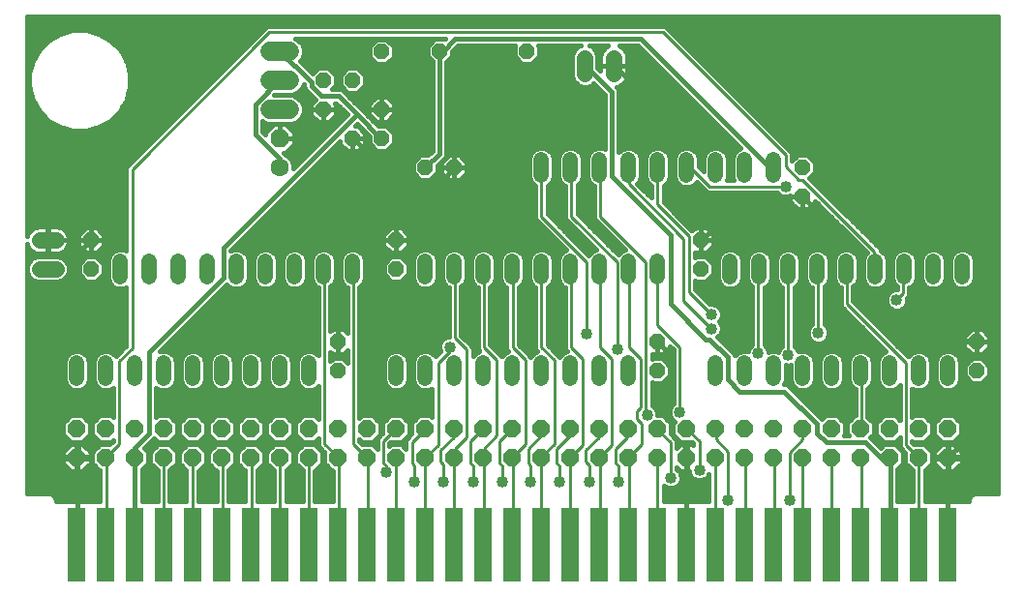
<source format=gbl>
G75*
%MOIN*%
%OFA0B0*%
%FSLAX24Y24*%
%IPPOS*%
%LPD*%
%AMOC8*
5,1,8,0,0,1.08239X$1,22.5*
%
%ADD10R,0.0600X0.2550*%
%ADD11C,0.0520*%
%ADD12OC8,0.0520*%
%ADD13OC8,0.0630*%
%ADD14C,0.0630*%
%ADD15C,0.0660*%
%ADD16C,0.0560*%
%ADD17OC8,0.0600*%
%ADD18C,0.0100*%
%ADD19C,0.0400*%
%ADD20C,0.0160*%
D10*
X002180Y001940D03*
X003180Y001940D03*
X004180Y001940D03*
X005180Y001940D03*
X006180Y001940D03*
X007180Y001940D03*
X008180Y001940D03*
X009180Y001940D03*
X010180Y001940D03*
X011180Y001940D03*
X012180Y001940D03*
X013180Y001940D03*
X014180Y001940D03*
X015180Y001940D03*
X016180Y001940D03*
X017180Y001940D03*
X018180Y001940D03*
X019180Y001940D03*
X020180Y001940D03*
X021180Y001940D03*
X022180Y001940D03*
X023180Y001940D03*
X024180Y001940D03*
X025180Y001940D03*
X026180Y001940D03*
X027180Y001940D03*
X028180Y001940D03*
X029180Y001940D03*
X030180Y001940D03*
X031180Y001940D03*
X032180Y001940D03*
D11*
X032180Y007680D02*
X032180Y008200D01*
X031180Y008200D02*
X031180Y007680D01*
X030180Y007680D02*
X030180Y008200D01*
X029180Y008200D02*
X029180Y007680D01*
X028180Y007680D02*
X028180Y008200D01*
X027180Y008200D02*
X027180Y007680D01*
X026180Y007680D02*
X026180Y008200D01*
X025180Y008200D02*
X025180Y007680D01*
X024180Y007680D02*
X024180Y008200D01*
X021180Y008200D02*
X021180Y007680D01*
X020180Y007680D02*
X020180Y008200D01*
X019180Y008200D02*
X019180Y007680D01*
X018180Y007680D02*
X018180Y008200D01*
X017180Y008200D02*
X017180Y007680D01*
X016180Y007680D02*
X016180Y008200D01*
X015180Y008200D02*
X015180Y007680D01*
X014180Y007680D02*
X014180Y008200D01*
X013180Y008200D02*
X013180Y007680D01*
X010180Y007680D02*
X010180Y008200D01*
X009180Y008200D02*
X009180Y007680D01*
X008180Y007680D02*
X008180Y008200D01*
X007180Y008200D02*
X007180Y007680D01*
X006180Y007680D02*
X006180Y008200D01*
X005180Y008200D02*
X005180Y007680D01*
X004180Y007680D02*
X004180Y008200D01*
X003180Y008200D02*
X003180Y007680D01*
X002180Y007680D02*
X002180Y008200D01*
X003680Y011180D02*
X003680Y011700D01*
X004680Y011700D02*
X004680Y011180D01*
X005680Y011180D02*
X005680Y011700D01*
X006680Y011700D02*
X006680Y011180D01*
X007680Y011180D02*
X007680Y011700D01*
X008680Y011700D02*
X008680Y011180D01*
X009680Y011180D02*
X009680Y011700D01*
X010680Y011700D02*
X010680Y011180D01*
X011680Y011180D02*
X011680Y011700D01*
X014180Y011700D02*
X014180Y011180D01*
X015180Y011180D02*
X015180Y011700D01*
X016180Y011700D02*
X016180Y011180D01*
X017180Y011180D02*
X017180Y011700D01*
X018180Y011700D02*
X018180Y011180D01*
X019180Y011180D02*
X019180Y011700D01*
X020180Y011700D02*
X020180Y011180D01*
X021180Y011180D02*
X021180Y011700D01*
X022180Y011700D02*
X022180Y011180D01*
X024680Y011180D02*
X024680Y011700D01*
X025680Y011700D02*
X025680Y011180D01*
X026680Y011180D02*
X026680Y011700D01*
X027680Y011700D02*
X027680Y011180D01*
X028680Y011180D02*
X028680Y011700D01*
X029680Y011700D02*
X029680Y011180D01*
X030680Y011180D02*
X030680Y011700D01*
X031680Y011700D02*
X031680Y011180D01*
X032680Y011180D02*
X032680Y011700D01*
X026180Y014680D02*
X026180Y015200D01*
X025180Y015200D02*
X025180Y014680D01*
X024180Y014680D02*
X024180Y015200D01*
X023180Y015200D02*
X023180Y014680D01*
X022180Y014680D02*
X022180Y015200D01*
X021180Y015200D02*
X021180Y014680D01*
X020180Y014680D02*
X020180Y015200D01*
X019180Y015200D02*
X019180Y014680D01*
X018180Y014680D02*
X018180Y015200D01*
D12*
X015180Y014940D03*
X014180Y014940D03*
X012680Y015940D03*
X011680Y015940D03*
X010680Y016940D03*
X010680Y017940D03*
X011680Y017940D03*
X012680Y018930D03*
X014680Y018940D03*
X012680Y016950D03*
X017680Y018940D03*
X027180Y014940D03*
X027180Y013940D03*
X023680Y012440D03*
X023680Y011440D03*
X022180Y008940D03*
X022180Y007940D03*
X013180Y011440D03*
X013180Y012440D03*
X011180Y008940D03*
X011180Y007940D03*
X002680Y011440D03*
X002680Y012440D03*
X033180Y008940D03*
X033180Y007940D03*
D13*
X009180Y015940D03*
D14*
X009180Y014940D03*
D15*
X009510Y016940D02*
X008850Y016940D01*
X008850Y017940D02*
X009510Y017940D01*
X009510Y018940D02*
X008850Y018940D01*
D16*
X001460Y012440D02*
X000900Y012440D01*
X000900Y011440D02*
X001460Y011440D01*
X019680Y018160D02*
X019680Y018720D01*
X020680Y018720D02*
X020680Y018160D01*
D17*
X020180Y005940D03*
X019180Y005940D03*
X018180Y005940D03*
X017180Y005940D03*
X016180Y005940D03*
X015180Y005940D03*
X014180Y005940D03*
X013180Y005940D03*
X012180Y005940D03*
X011180Y005940D03*
X010180Y005940D03*
X009180Y005940D03*
X008180Y005940D03*
X007180Y005940D03*
X006180Y005940D03*
X005180Y005940D03*
X004180Y005940D03*
X003180Y005940D03*
X002180Y005940D03*
X002180Y004940D03*
X003180Y004940D03*
X004180Y004940D03*
X005180Y004940D03*
X006180Y004940D03*
X007180Y004940D03*
X008180Y004940D03*
X009180Y004940D03*
X010180Y004940D03*
X011180Y004940D03*
X012180Y004940D03*
X013180Y004940D03*
X014180Y004940D03*
X015180Y004940D03*
X016180Y004940D03*
X017180Y004940D03*
X018180Y004940D03*
X019180Y004940D03*
X020180Y004940D03*
X021180Y004940D03*
X022180Y004940D03*
X023180Y004940D03*
X024180Y004940D03*
X025180Y004940D03*
X026180Y004940D03*
X027180Y004940D03*
X028180Y004940D03*
X029180Y004940D03*
X030180Y004940D03*
X031180Y004940D03*
X032180Y004940D03*
X032180Y005940D03*
X031180Y005940D03*
X030180Y005940D03*
X029180Y005940D03*
X028180Y005940D03*
X027180Y005940D03*
X026180Y005940D03*
X025180Y005940D03*
X024180Y005940D03*
X023180Y005940D03*
X022180Y005940D03*
X021180Y005940D03*
D18*
X021150Y005920D01*
X021150Y005650D01*
X020745Y005245D01*
X020745Y004750D01*
X020835Y004660D01*
X020835Y004120D01*
X019845Y004120D02*
X019845Y004660D01*
X019710Y004795D01*
X019710Y005200D01*
X020160Y005650D01*
X020160Y005920D01*
X020180Y005940D01*
X020610Y005380D02*
X020205Y004975D01*
X020180Y004940D01*
X020205Y004930D01*
X020205Y001960D01*
X020180Y001940D01*
X019180Y001940D02*
X019170Y001960D01*
X019170Y004930D01*
X019180Y004940D01*
X019620Y005380D01*
X019620Y008350D01*
X019215Y008755D01*
X019215Y011410D01*
X019180Y011440D01*
X019755Y011680D02*
X019755Y009205D01*
X020205Y008755D02*
X020610Y008350D01*
X020610Y005380D01*
X021195Y004975D02*
X021180Y004940D01*
X021195Y004930D01*
X021195Y001960D01*
X021180Y001940D01*
X022180Y001940D02*
X022185Y001960D01*
X022185Y004930D01*
X022180Y004940D01*
X022635Y005470D02*
X022635Y004255D01*
X023625Y004525D02*
X023625Y005515D01*
X023220Y005920D01*
X023180Y005940D01*
X022635Y005470D02*
X022185Y005920D01*
X022180Y005940D01*
X021645Y006100D02*
X021645Y005425D01*
X021195Y004975D01*
X021645Y006100D02*
X021465Y006280D01*
X021465Y006550D01*
X021600Y006685D01*
X021600Y008350D01*
X021195Y008755D01*
X021195Y011410D01*
X021180Y011440D01*
X020790Y011680D02*
X020790Y008665D01*
X020205Y008755D02*
X020205Y011410D01*
X020180Y011440D01*
X019755Y011680D02*
X018180Y013255D01*
X018180Y014940D01*
X019180Y014940D02*
X019215Y014920D01*
X019215Y013255D01*
X020790Y011680D01*
X021780Y011680D02*
X021780Y006460D01*
X021825Y006415D01*
X022950Y006505D02*
X022950Y008755D01*
X022185Y009520D01*
X022185Y011410D01*
X022180Y011440D01*
X021780Y011680D02*
X020205Y013255D01*
X020205Y014920D01*
X020180Y014940D01*
X021180Y014940D02*
X021195Y014920D01*
X021195Y014380D01*
X023085Y012490D01*
X023085Y010330D01*
X024030Y009385D01*
X024030Y009880D02*
X023265Y010645D01*
X023265Y012580D01*
X022185Y013660D01*
X022185Y014920D01*
X022180Y014940D01*
X023180Y014940D02*
X023220Y014920D01*
X023355Y014920D01*
X023985Y014290D01*
X026595Y014290D01*
X027045Y014515D02*
X026595Y014965D01*
X026595Y015370D01*
X022365Y019600D01*
X008820Y019600D01*
X004095Y014875D01*
X004095Y008710D01*
X003645Y008260D01*
X003645Y005425D01*
X003195Y004975D01*
X003180Y004940D01*
X003195Y004930D01*
X003195Y001960D01*
X003180Y001940D01*
X005175Y001960D02*
X005180Y001940D01*
X005175Y001960D02*
X005175Y004930D01*
X005180Y004940D01*
X006165Y004930D02*
X006180Y004940D01*
X006165Y004930D02*
X006165Y001960D01*
X006180Y001940D01*
X007180Y001940D02*
X007200Y001960D01*
X007200Y004930D01*
X007180Y004940D01*
X008180Y004940D02*
X008190Y004930D01*
X008190Y001960D01*
X008180Y001940D01*
X009180Y001940D02*
X009180Y004940D01*
X010170Y004930D02*
X010180Y004940D01*
X010170Y004930D02*
X010170Y001960D01*
X010180Y001940D01*
X011180Y001940D02*
X011205Y001960D01*
X011205Y004930D01*
X011180Y004940D01*
X011160Y004975D01*
X010710Y005425D01*
X010710Y011410D01*
X010680Y011440D01*
X011680Y011440D02*
X011700Y011410D01*
X011700Y005425D01*
X012150Y004975D01*
X012180Y004940D01*
X012195Y004930D01*
X012195Y001960D01*
X012180Y001940D01*
X013180Y001940D02*
X013185Y001960D01*
X013185Y004930D01*
X013180Y004940D01*
X012825Y004660D02*
X012735Y004750D01*
X012735Y005515D01*
X013140Y005920D01*
X013180Y005940D01*
X013725Y005470D02*
X014175Y005920D01*
X014180Y005940D01*
X013725Y005470D02*
X013725Y004750D01*
X013815Y004660D01*
X013815Y004120D01*
X014805Y004120D02*
X014805Y004705D01*
X014715Y004795D01*
X014715Y005200D01*
X015165Y005650D01*
X015165Y005920D01*
X015180Y005940D01*
X015615Y005650D02*
X015210Y005245D01*
X015210Y004975D01*
X015180Y004940D01*
X015165Y004930D01*
X015165Y001960D01*
X015180Y001940D01*
X014180Y001940D02*
X014175Y001960D01*
X014175Y004930D01*
X014180Y004940D01*
X014220Y004975D01*
X014625Y005380D01*
X014625Y008215D01*
X015030Y008620D01*
X015030Y008755D01*
X015210Y009070D02*
X015615Y008665D01*
X015615Y005650D01*
X015750Y005515D02*
X016155Y005920D01*
X016180Y005940D01*
X016650Y005695D02*
X016200Y005245D01*
X016200Y004975D01*
X016180Y004940D01*
X016200Y004930D01*
X016200Y001960D01*
X016180Y001940D01*
X017180Y001940D02*
X017190Y001960D01*
X017190Y004930D01*
X017180Y004940D01*
X017190Y004975D01*
X017640Y005425D01*
X017640Y008305D01*
X017190Y008755D01*
X017190Y011410D01*
X017180Y011440D01*
X018180Y011440D02*
X018180Y008755D01*
X018630Y008305D01*
X018630Y005425D01*
X018180Y004975D01*
X018180Y004940D01*
X018180Y001940D01*
X017820Y004120D02*
X017820Y004660D01*
X017730Y004750D01*
X017730Y005245D01*
X018180Y005695D01*
X018180Y005940D01*
X017180Y005940D02*
X017145Y005920D01*
X016740Y005515D01*
X016740Y004750D01*
X016830Y004660D01*
X016830Y004120D01*
X015840Y004120D02*
X015840Y004660D01*
X015750Y004750D01*
X015750Y005515D01*
X016650Y005695D02*
X016650Y008305D01*
X016200Y008755D01*
X016200Y011410D01*
X016180Y011440D01*
X015210Y011410D02*
X015180Y011440D01*
X015210Y011410D02*
X015210Y009070D01*
X019180Y005940D02*
X019170Y005920D01*
X019170Y005695D01*
X018720Y005245D01*
X018720Y004750D01*
X018810Y004660D01*
X018810Y004120D01*
X024165Y004930D02*
X024165Y001960D01*
X024180Y001940D01*
X025180Y001940D02*
X025200Y001960D01*
X025200Y004930D01*
X025180Y004940D01*
X024615Y005155D02*
X024615Y003490D01*
X026730Y003490D02*
X026730Y005110D01*
X027180Y005560D01*
X027180Y005940D01*
X027180Y004940D02*
X027180Y001940D01*
X028170Y001960D02*
X028180Y001940D01*
X028170Y001960D02*
X028170Y004930D01*
X028180Y004940D01*
X029180Y004940D02*
X029205Y004930D01*
X029205Y001960D01*
X029180Y001940D01*
X031180Y001940D02*
X031185Y001960D01*
X031185Y004930D01*
X031180Y004940D01*
X031140Y004975D01*
X030735Y005380D01*
X030735Y008215D01*
X028710Y010240D01*
X028710Y011410D01*
X028680Y011440D01*
X027720Y011410D02*
X027680Y011440D01*
X027720Y011410D02*
X027720Y009250D01*
X026685Y008485D02*
X026685Y011410D01*
X026680Y011440D01*
X025680Y011440D02*
X025650Y011410D01*
X025650Y008530D01*
X029180Y007940D02*
X029205Y007900D01*
X029205Y005965D01*
X029180Y005940D01*
X026190Y004930D02*
X026180Y004940D01*
X026190Y004930D02*
X026190Y001960D01*
X026180Y001940D01*
X024165Y004930D02*
X024180Y004940D01*
X024615Y005155D02*
X024210Y005560D01*
X024210Y005920D01*
X024180Y005940D01*
X030420Y010375D02*
X030645Y010600D01*
X030645Y011410D01*
X030680Y011440D01*
X029680Y011440D02*
X029655Y011455D01*
X029655Y012040D01*
X027180Y014515D01*
X027045Y014515D01*
X012825Y004660D02*
X012825Y004435D01*
D19*
X012825Y004435D03*
X013815Y004120D03*
X014805Y004120D03*
X015840Y004120D03*
X016830Y004120D03*
X017820Y004120D03*
X018810Y004120D03*
X019845Y004120D03*
X020835Y004120D03*
X022635Y004255D03*
X023625Y004525D03*
X024615Y003490D03*
X026730Y003490D03*
X022950Y006505D03*
X021825Y006415D03*
X020790Y008665D03*
X019755Y009205D03*
X024030Y009385D03*
X024030Y009880D03*
X025650Y008530D03*
X026685Y008485D03*
X027720Y009250D03*
X030420Y010375D03*
X026595Y014290D03*
X015030Y008755D03*
D20*
X014691Y008633D02*
X011910Y008633D01*
X011910Y008475D02*
X012861Y008475D01*
X012824Y008438D02*
X012942Y008556D01*
X013096Y008620D01*
X013264Y008620D01*
X013418Y008556D01*
X013536Y008438D01*
X013600Y008284D01*
X013600Y007596D01*
X013536Y007442D01*
X013418Y007324D01*
X013264Y007260D01*
X013096Y007260D01*
X012942Y007324D01*
X012824Y007442D01*
X012760Y007596D01*
X012760Y008284D01*
X012824Y008438D01*
X012773Y008316D02*
X011910Y008316D01*
X011910Y008158D02*
X012760Y008158D01*
X012760Y007999D02*
X011910Y007999D01*
X011910Y007841D02*
X012760Y007841D01*
X012760Y007682D02*
X011910Y007682D01*
X011910Y007524D02*
X012790Y007524D01*
X012901Y007365D02*
X011910Y007365D01*
X011910Y007207D02*
X014415Y007207D01*
X014415Y007323D02*
X014415Y006356D01*
X014371Y006400D01*
X013989Y006400D01*
X013720Y006131D01*
X013720Y005762D01*
X013515Y005557D01*
X013515Y005256D01*
X013371Y005400D01*
X012989Y005400D01*
X012945Y005356D01*
X012945Y005428D01*
X012997Y005480D01*
X013371Y005480D01*
X013640Y005749D01*
X013640Y006131D01*
X013371Y006400D01*
X012989Y006400D01*
X012720Y006131D01*
X012720Y005797D01*
X012525Y005602D01*
X012525Y005246D01*
X012371Y005400D01*
X012022Y005400D01*
X011910Y005512D01*
X011910Y005559D01*
X011989Y005480D01*
X012371Y005480D01*
X012640Y005749D01*
X012640Y006131D01*
X012371Y006400D01*
X011989Y006400D01*
X011910Y006321D01*
X011910Y010821D01*
X011918Y010824D01*
X012036Y010942D01*
X012100Y011096D01*
X012100Y011784D01*
X012036Y011938D01*
X011918Y012056D01*
X011764Y012120D01*
X011596Y012120D01*
X011442Y012056D01*
X011324Y011938D01*
X011260Y011784D01*
X011260Y011096D01*
X011324Y010942D01*
X011442Y010824D01*
X011490Y010804D01*
X011490Y009252D01*
X011362Y009380D01*
X011180Y009380D01*
X011180Y008940D01*
X011180Y008940D01*
X011180Y009380D01*
X010998Y009380D01*
X010920Y009302D01*
X010920Y010826D01*
X011036Y010942D01*
X011100Y011096D01*
X011100Y011784D01*
X011036Y011938D01*
X010918Y012056D01*
X010764Y012120D01*
X010596Y012120D01*
X010442Y012056D01*
X010324Y011938D01*
X010260Y011784D01*
X010260Y011096D01*
X010324Y010942D01*
X010442Y010824D01*
X010500Y010800D01*
X010500Y008474D01*
X010418Y008556D01*
X010264Y008620D01*
X010096Y008620D01*
X009942Y008556D01*
X009824Y008438D01*
X009760Y008284D01*
X009760Y007596D01*
X009824Y007442D01*
X009942Y007324D01*
X010096Y007260D01*
X010264Y007260D01*
X010418Y007324D01*
X010500Y007406D01*
X010500Y006271D01*
X010371Y006400D01*
X009989Y006400D01*
X009720Y006131D01*
X009720Y005749D01*
X009989Y005480D01*
X010371Y005480D01*
X010500Y005609D01*
X010500Y005338D01*
X010720Y005118D01*
X010720Y004749D01*
X010989Y004480D01*
X010995Y004480D01*
X010995Y003440D01*
X010380Y003440D01*
X010380Y004489D01*
X010640Y004749D01*
X010640Y005131D01*
X010371Y005400D01*
X009989Y005400D01*
X009720Y005131D01*
X009720Y004749D01*
X009960Y004509D01*
X009960Y003440D01*
X009390Y003440D01*
X009390Y004499D01*
X009640Y004749D01*
X009640Y005131D01*
X009371Y005400D01*
X008989Y005400D01*
X008720Y005131D01*
X008720Y004749D01*
X008970Y004499D01*
X008970Y003440D01*
X008400Y003440D01*
X008400Y004509D01*
X008640Y004749D01*
X008640Y005131D01*
X008371Y005400D01*
X007989Y005400D01*
X007720Y005131D01*
X007720Y004749D01*
X007980Y004489D01*
X007980Y003440D01*
X007410Y003440D01*
X007410Y004519D01*
X007640Y004749D01*
X007640Y005131D01*
X007371Y005400D01*
X006989Y005400D01*
X006720Y005131D01*
X006720Y004749D01*
X006989Y004480D01*
X006990Y004480D01*
X006990Y003440D01*
X006375Y003440D01*
X006375Y004484D01*
X006640Y004749D01*
X006640Y005131D01*
X006371Y005400D01*
X005989Y005400D01*
X005720Y005131D01*
X005720Y004749D01*
X005955Y004514D01*
X005955Y003440D01*
X005385Y003440D01*
X005385Y004494D01*
X005640Y004749D01*
X005640Y005131D01*
X005371Y005400D01*
X004989Y005400D01*
X004720Y005131D01*
X004720Y004749D01*
X004965Y004504D01*
X004965Y003440D01*
X004425Y003440D01*
X004425Y004534D01*
X004640Y004749D01*
X004640Y005131D01*
X004502Y005268D01*
X004816Y005582D01*
X004852Y005618D01*
X004989Y005480D01*
X005371Y005480D01*
X005640Y005749D01*
X005640Y006131D01*
X005371Y006400D01*
X004989Y006400D01*
X004920Y006331D01*
X004920Y007346D01*
X004942Y007324D01*
X005096Y007260D01*
X005264Y007260D01*
X005418Y007324D01*
X005536Y007442D01*
X005600Y007596D01*
X005600Y008284D01*
X005536Y008438D01*
X005418Y008556D01*
X005264Y008620D01*
X005096Y008620D01*
X005042Y008597D01*
X007355Y010911D01*
X007442Y010824D01*
X007596Y010760D01*
X007764Y010760D01*
X007918Y010824D01*
X008036Y010942D01*
X008100Y011096D01*
X008100Y011784D01*
X008036Y011938D01*
X007918Y012056D01*
X007764Y012120D01*
X007596Y012120D01*
X007485Y012074D01*
X007485Y012076D01*
X011240Y015831D01*
X011240Y015758D01*
X011498Y015500D01*
X011680Y015500D01*
X011862Y015500D01*
X012120Y015758D01*
X012120Y015940D01*
X012120Y016122D01*
X011862Y016380D01*
X011789Y016380D01*
X011835Y016426D01*
X012260Y016001D01*
X012260Y015766D01*
X012506Y015520D01*
X012854Y015520D01*
X013100Y015766D01*
X013100Y016114D01*
X012854Y016360D01*
X012579Y016360D01*
X012038Y016901D01*
X011971Y016968D01*
X011341Y017598D01*
X011253Y017635D01*
X010969Y017635D01*
X011100Y017766D01*
X011100Y018114D01*
X010854Y018360D01*
X010506Y018360D01*
X010318Y018172D01*
X009876Y018613D01*
X009925Y018662D01*
X010000Y018843D01*
X010000Y019037D01*
X009925Y019218D01*
X009788Y019355D01*
X009704Y019390D01*
X014886Y019390D01*
X014855Y019359D01*
X014854Y019360D01*
X014506Y019360D01*
X014260Y019114D01*
X014260Y018766D01*
X014430Y018596D01*
X014430Y015514D01*
X014276Y015360D01*
X014006Y015360D01*
X013760Y015114D01*
X013760Y014766D01*
X014006Y014520D01*
X014354Y014520D01*
X014600Y014766D01*
X014600Y015006D01*
X014873Y015279D01*
X014910Y015367D01*
X014910Y018576D01*
X015100Y018766D01*
X015100Y018926D01*
X015309Y019135D01*
X017281Y019135D01*
X017260Y019114D01*
X017260Y018766D01*
X017506Y018520D01*
X017854Y018520D01*
X018100Y018766D01*
X018100Y019114D01*
X018079Y019135D01*
X019532Y019135D01*
X019431Y019093D01*
X019307Y018969D01*
X019240Y018808D01*
X019240Y018072D01*
X019307Y017911D01*
X019431Y017787D01*
X019592Y017720D01*
X019768Y017720D01*
X019929Y017787D01*
X019971Y017829D01*
X020370Y017431D01*
X020370Y015576D01*
X020264Y015620D01*
X020096Y015620D01*
X019942Y015556D01*
X019824Y015438D01*
X019760Y015284D01*
X019760Y014596D01*
X019824Y014442D01*
X019942Y014324D01*
X019995Y014302D01*
X019995Y013168D01*
X021059Y012104D01*
X020942Y012056D01*
X020827Y011940D01*
X019425Y013342D01*
X019425Y014331D01*
X019536Y014442D01*
X019600Y014596D01*
X019600Y015284D01*
X019536Y015438D01*
X019418Y015556D01*
X019264Y015620D01*
X019096Y015620D01*
X018942Y015556D01*
X018824Y015438D01*
X018760Y015284D01*
X018760Y014596D01*
X018824Y014442D01*
X018942Y014324D01*
X019005Y014298D01*
X019005Y013168D01*
X020066Y012107D01*
X019942Y012056D01*
X019824Y011938D01*
X019815Y011917D01*
X018390Y013342D01*
X018390Y014312D01*
X018418Y014324D01*
X018536Y014442D01*
X018600Y014596D01*
X018600Y015284D01*
X018536Y015438D01*
X018418Y015556D01*
X018264Y015620D01*
X018096Y015620D01*
X017942Y015556D01*
X017824Y015438D01*
X017760Y015284D01*
X017760Y014596D01*
X017824Y014442D01*
X017942Y014324D01*
X017970Y014312D01*
X017970Y013168D01*
X019041Y012097D01*
X018942Y012056D01*
X018824Y011938D01*
X018760Y011784D01*
X018760Y011096D01*
X018824Y010942D01*
X018942Y010824D01*
X019005Y010798D01*
X019005Y008668D01*
X019066Y008607D01*
X018942Y008556D01*
X018824Y008438D01*
X018815Y008417D01*
X018717Y008515D01*
X018390Y008842D01*
X018390Y010812D01*
X018418Y010824D01*
X018536Y010942D01*
X018600Y011096D01*
X018600Y011784D01*
X018536Y011938D01*
X018418Y012056D01*
X018264Y012120D01*
X018096Y012120D01*
X017942Y012056D01*
X017824Y011938D01*
X017760Y011784D01*
X017760Y011096D01*
X017824Y010942D01*
X017942Y010824D01*
X017970Y010812D01*
X017970Y008668D01*
X018041Y008597D01*
X017942Y008556D01*
X017824Y008438D01*
X017818Y008424D01*
X017727Y008515D01*
X017400Y008842D01*
X017400Y010817D01*
X017418Y010824D01*
X017536Y010942D01*
X017600Y011096D01*
X017600Y011784D01*
X017536Y011938D01*
X017418Y012056D01*
X017264Y012120D01*
X017096Y012120D01*
X016942Y012056D01*
X016824Y011938D01*
X016760Y011784D01*
X016760Y011096D01*
X016824Y010942D01*
X016942Y010824D01*
X016980Y010808D01*
X016980Y008668D01*
X017048Y008600D01*
X016942Y008556D01*
X016824Y008438D01*
X016821Y008431D01*
X016737Y008515D01*
X016410Y008842D01*
X016410Y010821D01*
X016418Y010824D01*
X016536Y010942D01*
X016600Y011096D01*
X016600Y011784D01*
X016536Y011938D01*
X016418Y012056D01*
X016264Y012120D01*
X016096Y012120D01*
X015942Y012056D01*
X015824Y011938D01*
X015760Y011784D01*
X015760Y011096D01*
X015824Y010942D01*
X015942Y010824D01*
X015990Y010804D01*
X015990Y008668D01*
X016055Y008603D01*
X015942Y008556D01*
X015825Y008439D01*
X015825Y008752D01*
X015702Y008875D01*
X015420Y009157D01*
X015420Y010826D01*
X015536Y010942D01*
X015600Y011096D01*
X015600Y011784D01*
X015536Y011938D01*
X015418Y012056D01*
X015264Y012120D01*
X015096Y012120D01*
X014942Y012056D01*
X014824Y011938D01*
X014760Y011784D01*
X014760Y011096D01*
X014824Y010942D01*
X014942Y010824D01*
X015000Y010800D01*
X015000Y009115D01*
X014958Y009115D01*
X014826Y009060D01*
X014725Y008959D01*
X014670Y008827D01*
X014670Y008683D01*
X014707Y008594D01*
X014540Y008427D01*
X014536Y008438D01*
X014418Y008556D01*
X014264Y008620D01*
X014096Y008620D01*
X013942Y008556D01*
X013824Y008438D01*
X013760Y008284D01*
X013760Y007596D01*
X013824Y007442D01*
X013942Y007324D01*
X014096Y007260D01*
X014264Y007260D01*
X014415Y007323D01*
X014415Y007048D02*
X011910Y007048D01*
X011910Y006890D02*
X014415Y006890D01*
X014415Y006731D02*
X011910Y006731D01*
X011910Y006573D02*
X014415Y006573D01*
X014415Y006414D02*
X011910Y006414D01*
X012515Y006256D02*
X012845Y006256D01*
X012720Y006097D02*
X012640Y006097D01*
X012640Y005939D02*
X012720Y005939D01*
X012703Y005780D02*
X012640Y005780D01*
X012545Y005622D02*
X012512Y005622D01*
X012525Y005463D02*
X011959Y005463D01*
X012466Y005305D02*
X012525Y005305D01*
X012980Y005463D02*
X013515Y005463D01*
X013515Y005305D02*
X013466Y005305D01*
X013512Y005622D02*
X013580Y005622D01*
X013640Y005780D02*
X013720Y005780D01*
X013720Y005939D02*
X013640Y005939D01*
X013640Y006097D02*
X013720Y006097D01*
X013845Y006256D02*
X013515Y006256D01*
X013459Y007365D02*
X013901Y007365D01*
X013790Y007524D02*
X013570Y007524D01*
X013600Y007682D02*
X013760Y007682D01*
X013760Y007841D02*
X013600Y007841D01*
X013600Y007999D02*
X013760Y007999D01*
X013760Y008158D02*
X013600Y008158D01*
X013587Y008316D02*
X013773Y008316D01*
X013861Y008475D02*
X013499Y008475D01*
X014499Y008475D02*
X014588Y008475D01*
X014670Y008792D02*
X011910Y008792D01*
X011910Y008950D02*
X014721Y008950D01*
X014943Y009109D02*
X011910Y009109D01*
X011910Y009267D02*
X015000Y009267D01*
X015000Y009426D02*
X011910Y009426D01*
X011910Y009584D02*
X015000Y009584D01*
X015000Y009743D02*
X011910Y009743D01*
X011910Y009901D02*
X015000Y009901D01*
X015000Y010060D02*
X011910Y010060D01*
X011910Y010218D02*
X015000Y010218D01*
X015000Y010377D02*
X011910Y010377D01*
X011910Y010535D02*
X015000Y010535D01*
X015000Y010694D02*
X011910Y010694D01*
X011946Y010852D02*
X013914Y010852D01*
X013942Y010824D02*
X014096Y010760D01*
X014264Y010760D01*
X014418Y010824D01*
X014536Y010942D01*
X014600Y011096D01*
X014600Y011784D01*
X014536Y011938D01*
X014418Y012056D01*
X014264Y012120D01*
X014096Y012120D01*
X013942Y012056D01*
X013824Y011938D01*
X013760Y011784D01*
X013760Y011096D01*
X013824Y010942D01*
X013942Y010824D01*
X013796Y011011D02*
X012064Y011011D01*
X012100Y011169D02*
X012857Y011169D01*
X012760Y011266D02*
X013006Y011020D01*
X013354Y011020D01*
X013600Y011266D01*
X013600Y011614D01*
X013354Y011860D01*
X013006Y011860D01*
X012760Y011614D01*
X012760Y011266D01*
X012760Y011328D02*
X012100Y011328D01*
X012100Y011486D02*
X012760Y011486D01*
X012791Y011645D02*
X012100Y011645D01*
X012092Y011803D02*
X012949Y011803D01*
X012998Y012000D02*
X012740Y012258D01*
X012740Y012440D01*
X013180Y012440D01*
X013185Y012445D01*
X013185Y012940D01*
X013950Y013705D01*
X011700Y015955D01*
X011680Y015940D01*
X012120Y015940D01*
X011680Y015940D01*
X011680Y015940D01*
X011680Y015500D01*
X011680Y015940D01*
X011680Y015940D01*
X011680Y015924D02*
X011680Y015924D01*
X011680Y015766D02*
X011680Y015766D01*
X011680Y015607D02*
X011680Y015607D01*
X011969Y015607D02*
X012419Y015607D01*
X012261Y015766D02*
X012120Y015766D01*
X012120Y015924D02*
X012260Y015924D01*
X012178Y016083D02*
X012120Y016083D01*
X012020Y016241D02*
X012001Y016241D01*
X011861Y016400D02*
X011809Y016400D01*
X011835Y016765D02*
X007245Y012175D01*
X007245Y011140D01*
X004680Y008575D01*
X004680Y005785D01*
X004185Y005290D01*
X004185Y005020D01*
X004180Y004940D01*
X004185Y004930D01*
X004185Y001960D01*
X004180Y001940D01*
X002205Y001960D02*
X002180Y001940D01*
X002205Y001960D02*
X002205Y004930D01*
X002180Y004940D01*
X002250Y004975D01*
X002250Y005335D01*
X002655Y005740D01*
X002655Y010870D01*
X002250Y011275D01*
X002250Y011995D01*
X002655Y012400D01*
X002680Y012440D01*
X002680Y012440D01*
X002680Y012880D01*
X002862Y012880D01*
X003120Y012622D01*
X003120Y012440D01*
X002680Y012440D01*
X002680Y012440D01*
X002680Y012440D01*
X002240Y012440D01*
X002240Y012622D01*
X002498Y012880D01*
X002680Y012880D01*
X002680Y012440D01*
X003120Y012440D01*
X003120Y012258D01*
X002862Y012000D01*
X002680Y012000D01*
X002680Y012440D01*
X002680Y012440D01*
X002240Y012440D01*
X002240Y012258D01*
X002498Y012000D01*
X002680Y012000D01*
X002680Y012440D01*
X002680Y012437D02*
X002680Y012437D01*
X002680Y012279D02*
X002680Y012279D01*
X002680Y012120D02*
X002680Y012120D01*
X002982Y012120D02*
X003885Y012120D01*
X003885Y012070D02*
X003764Y012120D01*
X003596Y012120D01*
X003442Y012056D01*
X003324Y011938D01*
X003260Y011784D01*
X003260Y011096D01*
X003324Y010942D01*
X003442Y010824D01*
X003596Y010760D01*
X003764Y010760D01*
X003885Y010810D01*
X003885Y008797D01*
X003558Y008470D01*
X003531Y008443D01*
X003418Y008556D01*
X003264Y008620D01*
X003096Y008620D01*
X002942Y008556D01*
X002824Y008438D01*
X002760Y008284D01*
X002760Y007596D01*
X002824Y007442D01*
X002942Y007324D01*
X003096Y007260D01*
X003264Y007260D01*
X003418Y007324D01*
X003435Y007341D01*
X003435Y006336D01*
X003371Y006400D01*
X002989Y006400D01*
X002720Y006131D01*
X002720Y005749D01*
X002989Y005480D01*
X003371Y005480D01*
X003435Y005544D01*
X003435Y005512D01*
X003323Y005400D01*
X002989Y005400D01*
X002720Y005131D01*
X002720Y004749D01*
X002985Y004484D01*
X002985Y003440D01*
X001460Y003440D01*
X001460Y003496D01*
X001417Y003599D01*
X001339Y003677D01*
X001236Y003720D01*
X000460Y003720D01*
X000460Y012306D01*
X000474Y012263D01*
X000507Y012199D01*
X000549Y012140D01*
X000600Y012089D01*
X000659Y012047D01*
X000723Y012014D01*
X000792Y011991D01*
X000864Y011980D01*
X001170Y011980D01*
X001170Y012430D01*
X001190Y012430D01*
X001190Y012450D01*
X001170Y012450D01*
X001170Y012900D01*
X000864Y012900D01*
X000792Y012889D01*
X000723Y012866D01*
X000659Y012833D01*
X000600Y012791D01*
X000549Y012740D01*
X000507Y012681D01*
X000474Y012617D01*
X000460Y012574D01*
X000460Y020156D01*
X033900Y020156D01*
X033900Y003720D01*
X033124Y003720D01*
X033021Y003677D01*
X032943Y003599D01*
X032900Y003496D01*
X032900Y003440D01*
X031395Y003440D01*
X031395Y004504D01*
X031640Y004749D01*
X031640Y005131D01*
X031371Y005400D01*
X031012Y005400D01*
X030945Y005467D01*
X030945Y005524D01*
X030989Y005480D01*
X031371Y005480D01*
X031640Y005749D01*
X031640Y006131D01*
X031371Y006400D01*
X030989Y006400D01*
X030945Y006356D01*
X030945Y007323D01*
X031096Y007260D01*
X031264Y007260D01*
X031418Y007324D01*
X031536Y007442D01*
X031600Y007596D01*
X031600Y008284D01*
X031536Y008438D01*
X031418Y008556D01*
X031264Y008620D01*
X031096Y008620D01*
X030942Y008556D01*
X030824Y008438D01*
X030820Y008427D01*
X028920Y010327D01*
X028920Y010826D01*
X029036Y010942D01*
X029100Y011096D01*
X029100Y011784D01*
X029036Y011938D01*
X028918Y012056D01*
X028764Y012120D01*
X028596Y012120D01*
X028442Y012056D01*
X028324Y011938D01*
X028260Y011784D01*
X028260Y011096D01*
X028324Y010942D01*
X028442Y010824D01*
X028500Y010800D01*
X028500Y010153D01*
X030052Y008601D01*
X029942Y008556D01*
X029824Y008438D01*
X029760Y008284D01*
X029760Y007596D01*
X029824Y007442D01*
X029942Y007324D01*
X030096Y007260D01*
X030264Y007260D01*
X030418Y007324D01*
X030525Y007431D01*
X030525Y006246D01*
X030371Y006400D01*
X029989Y006400D01*
X029720Y006131D01*
X029720Y005749D01*
X029989Y005480D01*
X030371Y005480D01*
X030525Y005634D01*
X030525Y005293D01*
X030720Y005098D01*
X030720Y004749D01*
X030975Y004494D01*
X030975Y003440D01*
X030435Y003440D01*
X030435Y004544D01*
X030640Y004749D01*
X030640Y005131D01*
X030371Y005400D01*
X029989Y005400D01*
X029869Y005280D01*
X029543Y005606D01*
X029520Y005629D01*
X029640Y005749D01*
X029640Y006131D01*
X029415Y006356D01*
X029415Y007323D01*
X029418Y007324D01*
X029536Y007442D01*
X029600Y007596D01*
X029600Y008284D01*
X029536Y008438D01*
X029418Y008556D01*
X029264Y008620D01*
X029096Y008620D01*
X028942Y008556D01*
X028824Y008438D01*
X028760Y008284D01*
X028760Y007596D01*
X028824Y007442D01*
X028942Y007324D01*
X028995Y007302D01*
X028995Y006400D01*
X028989Y006400D01*
X028720Y006131D01*
X028720Y005749D01*
X028759Y005710D01*
X028601Y005710D01*
X028640Y005749D01*
X028640Y006131D01*
X028371Y006400D01*
X027989Y006400D01*
X027852Y006262D01*
X026753Y007361D01*
X026686Y007428D01*
X026598Y007465D01*
X026546Y007465D01*
X026600Y007596D01*
X026600Y008131D01*
X026613Y008125D01*
X026757Y008125D01*
X026760Y008126D01*
X026760Y007596D01*
X026824Y007442D01*
X026942Y007324D01*
X027096Y007260D01*
X027264Y007260D01*
X027418Y007324D01*
X027536Y007442D01*
X027600Y007596D01*
X027600Y008284D01*
X027536Y008438D01*
X027418Y008556D01*
X027264Y008620D01*
X027096Y008620D01*
X027030Y008593D01*
X026990Y008689D01*
X026895Y008784D01*
X026895Y010814D01*
X026918Y010824D01*
X027036Y010942D01*
X027100Y011096D01*
X027100Y011784D01*
X027036Y011938D01*
X026918Y012056D01*
X026764Y012120D01*
X026596Y012120D01*
X026442Y012056D01*
X026324Y011938D01*
X026260Y011784D01*
X026260Y011096D01*
X026324Y010942D01*
X026442Y010824D01*
X026475Y010810D01*
X026475Y008784D01*
X026380Y008689D01*
X026338Y008589D01*
X026264Y008620D01*
X026096Y008620D01*
X026010Y008584D01*
X026010Y008602D01*
X025955Y008734D01*
X025860Y008829D01*
X025860Y010800D01*
X025918Y010824D01*
X026036Y010942D01*
X026100Y011096D01*
X026100Y011784D01*
X026036Y011938D01*
X025918Y012056D01*
X025764Y012120D01*
X025596Y012120D01*
X025442Y012056D01*
X025324Y011938D01*
X025260Y011784D01*
X025260Y011096D01*
X025324Y010942D01*
X025440Y010826D01*
X025440Y008829D01*
X025345Y008734D01*
X025293Y008608D01*
X025264Y008620D01*
X025096Y008620D01*
X024942Y008556D01*
X024847Y008461D01*
X024818Y008531D01*
X024252Y009098D01*
X024335Y009181D01*
X024390Y009313D01*
X024390Y009457D01*
X024335Y009589D01*
X024292Y009632D01*
X024335Y009676D01*
X024390Y009808D01*
X024390Y009952D01*
X024335Y010084D01*
X024234Y010185D01*
X024102Y010240D01*
X023967Y010240D01*
X023475Y010732D01*
X023475Y011051D01*
X023506Y011020D01*
X023854Y011020D01*
X024100Y011266D01*
X024100Y011614D01*
X023854Y011860D01*
X023506Y011860D01*
X023475Y011829D01*
X023475Y012023D01*
X023498Y012000D01*
X023680Y012000D01*
X023862Y012000D01*
X024120Y012258D01*
X024120Y012440D01*
X024120Y012622D01*
X023862Y012880D01*
X023680Y012880D01*
X023680Y012440D01*
X023715Y012445D01*
X024255Y012985D01*
X022635Y014605D01*
X022635Y016495D01*
X020700Y018430D01*
X020680Y018440D01*
X020690Y018450D02*
X021140Y018450D01*
X021140Y018756D01*
X021129Y018828D01*
X021106Y018897D01*
X021073Y018961D01*
X021031Y019020D01*
X020980Y019071D01*
X020921Y019113D01*
X020879Y019135D01*
X021501Y019135D01*
X025039Y015596D01*
X024942Y015556D01*
X024824Y015438D01*
X024760Y015284D01*
X024760Y014596D01*
X024800Y014500D01*
X024560Y014500D01*
X024600Y014596D01*
X024600Y015284D01*
X024536Y015438D01*
X024418Y015556D01*
X024264Y015620D01*
X024096Y015620D01*
X023942Y015556D01*
X023824Y015438D01*
X023760Y015284D01*
X023760Y014812D01*
X023600Y014972D01*
X023600Y015284D01*
X023536Y015438D01*
X023418Y015556D01*
X023264Y015620D01*
X023096Y015620D01*
X022942Y015556D01*
X022824Y015438D01*
X022760Y015284D01*
X022760Y014596D01*
X022824Y014442D01*
X022942Y014324D01*
X023096Y014260D01*
X023264Y014260D01*
X023418Y014324D01*
X023536Y014442D01*
X023775Y014203D01*
X023898Y014080D01*
X026296Y014080D01*
X026391Y013985D01*
X026523Y013930D01*
X026667Y013930D01*
X026740Y013960D01*
X026740Y013940D01*
X027180Y013940D01*
X027225Y013885D01*
X029115Y011995D01*
X029115Y011140D01*
X031275Y008980D01*
X033120Y008980D01*
X033180Y008940D01*
X033165Y008935D01*
X033165Y008530D01*
X032670Y008035D01*
X032670Y005425D01*
X032220Y004975D01*
X032180Y004940D01*
X032175Y004885D01*
X032175Y001960D01*
X032180Y001940D01*
X030195Y001960D02*
X030180Y001940D01*
X030195Y001960D02*
X030195Y004930D01*
X030180Y004940D01*
X030105Y004930D01*
X029880Y004930D01*
X029340Y005470D01*
X027990Y005470D01*
X027675Y005785D01*
X027675Y006100D01*
X026550Y007225D01*
X025020Y007225D01*
X024615Y007630D01*
X024615Y008395D01*
X023985Y009025D01*
X023850Y009025D01*
X022635Y010240D01*
X022635Y012625D01*
X020610Y014650D01*
X020610Y017530D01*
X019710Y018430D01*
X019680Y018440D01*
X020120Y018460D02*
X020220Y018460D01*
X020220Y018450D02*
X020670Y018450D01*
X020670Y018430D01*
X020220Y018430D01*
X020220Y018259D01*
X020120Y018359D01*
X020120Y018808D01*
X020053Y018969D01*
X019929Y019093D01*
X019828Y019135D01*
X020481Y019135D01*
X020439Y019113D01*
X020380Y019071D01*
X020329Y019020D01*
X020287Y018961D01*
X020254Y018897D01*
X020231Y018828D01*
X020220Y018756D01*
X020220Y018450D01*
X020220Y018302D02*
X020178Y018302D01*
X020220Y018619D02*
X020120Y018619D01*
X020120Y018777D02*
X020223Y018777D01*
X020274Y018936D02*
X020067Y018936D01*
X019927Y019094D02*
X020412Y019094D01*
X020948Y019094D02*
X021542Y019094D01*
X021700Y018936D02*
X021086Y018936D01*
X021137Y018777D02*
X021859Y018777D01*
X022017Y018619D02*
X021140Y018619D01*
X021140Y018460D02*
X022176Y018460D01*
X022334Y018302D02*
X021140Y018302D01*
X021140Y018430D02*
X020690Y018430D01*
X020690Y018450D01*
X021140Y018430D02*
X021140Y018124D01*
X021129Y018052D01*
X021106Y017983D01*
X021073Y017919D01*
X021031Y017860D01*
X020980Y017809D01*
X020921Y017767D01*
X020857Y017734D01*
X020788Y017711D01*
X020771Y017709D01*
X020813Y017666D01*
X020850Y017578D01*
X020850Y015464D01*
X020942Y015556D01*
X021096Y015620D01*
X021264Y015620D01*
X021418Y015556D01*
X021536Y015438D01*
X021600Y015284D01*
X021600Y014596D01*
X021536Y014442D01*
X021483Y014389D01*
X021975Y013897D01*
X021975Y014310D01*
X021942Y014324D01*
X021824Y014442D01*
X021760Y014596D01*
X021760Y015284D01*
X021824Y015438D01*
X021942Y015556D01*
X022096Y015620D01*
X022264Y015620D01*
X022418Y015556D01*
X022536Y015438D01*
X022600Y015284D01*
X022600Y014596D01*
X022536Y014442D01*
X022418Y014324D01*
X022395Y014314D01*
X022395Y013747D01*
X023352Y012790D01*
X023380Y012762D01*
X023498Y012880D01*
X023680Y012880D01*
X023680Y012440D01*
X023680Y012440D01*
X024120Y012440D01*
X023680Y012440D01*
X023680Y012440D01*
X023680Y012000D01*
X023680Y012440D01*
X023680Y012440D01*
X023680Y012437D02*
X023680Y012437D01*
X023680Y012279D02*
X023680Y012279D01*
X023680Y012120D02*
X023680Y012120D01*
X023475Y011962D02*
X024348Y011962D01*
X024324Y011938D02*
X024260Y011784D01*
X024260Y011096D01*
X024324Y010942D01*
X024442Y010824D01*
X024596Y010760D01*
X024764Y010760D01*
X024918Y010824D01*
X025036Y010942D01*
X025100Y011096D01*
X025100Y011784D01*
X025036Y011938D01*
X024918Y012056D01*
X024764Y012120D01*
X024596Y012120D01*
X024442Y012056D01*
X024324Y011938D01*
X024268Y011803D02*
X023911Y011803D01*
X024069Y011645D02*
X024260Y011645D01*
X024260Y011486D02*
X024100Y011486D01*
X024100Y011328D02*
X024260Y011328D01*
X024260Y011169D02*
X024003Y011169D01*
X024296Y011011D02*
X023475Y011011D01*
X023475Y010852D02*
X024414Y010852D01*
X024946Y010852D02*
X025414Y010852D01*
X025440Y010694D02*
X023513Y010694D01*
X023672Y010535D02*
X025440Y010535D01*
X025440Y010377D02*
X023830Y010377D01*
X024155Y010218D02*
X025440Y010218D01*
X025440Y010060D02*
X024345Y010060D01*
X024390Y009901D02*
X025440Y009901D01*
X025440Y009743D02*
X024363Y009743D01*
X024337Y009584D02*
X025440Y009584D01*
X025440Y009426D02*
X024390Y009426D01*
X024371Y009267D02*
X025440Y009267D01*
X025440Y009109D02*
X024263Y009109D01*
X024399Y008950D02*
X025440Y008950D01*
X025402Y008792D02*
X024558Y008792D01*
X024716Y008633D02*
X025303Y008633D01*
X024861Y008475D02*
X024842Y008475D01*
X025898Y008792D02*
X026475Y008792D01*
X026475Y008950D02*
X025860Y008950D01*
X025860Y009109D02*
X026475Y009109D01*
X026475Y009267D02*
X025860Y009267D01*
X025860Y009426D02*
X026475Y009426D01*
X026475Y009584D02*
X025860Y009584D01*
X025860Y009743D02*
X026475Y009743D01*
X026475Y009901D02*
X025860Y009901D01*
X025860Y010060D02*
X026475Y010060D01*
X026475Y010218D02*
X025860Y010218D01*
X025860Y010377D02*
X026475Y010377D01*
X026475Y010535D02*
X025860Y010535D01*
X025860Y010694D02*
X026475Y010694D01*
X026414Y010852D02*
X025946Y010852D01*
X026064Y011011D02*
X026296Y011011D01*
X026260Y011169D02*
X026100Y011169D01*
X026100Y011328D02*
X026260Y011328D01*
X026260Y011486D02*
X026100Y011486D01*
X026100Y011645D02*
X026260Y011645D01*
X026268Y011803D02*
X026092Y011803D01*
X026012Y011962D02*
X026348Y011962D01*
X027012Y011962D02*
X027348Y011962D01*
X027324Y011938D02*
X027442Y012056D01*
X027596Y012120D01*
X027764Y012120D01*
X027918Y012056D01*
X028036Y011938D01*
X028100Y011784D01*
X028100Y011096D01*
X028036Y010942D01*
X027930Y010836D01*
X027930Y009549D01*
X028025Y009454D01*
X028080Y009322D01*
X028080Y009178D01*
X028025Y009046D01*
X027924Y008945D01*
X027792Y008890D01*
X027648Y008890D01*
X027516Y008945D01*
X027415Y009046D01*
X027360Y009178D01*
X027360Y009322D01*
X027415Y009454D01*
X027510Y009549D01*
X027510Y010796D01*
X027442Y010824D01*
X027324Y010942D01*
X027260Y011096D01*
X027260Y011784D01*
X027324Y011938D01*
X027268Y011803D02*
X027092Y011803D01*
X027100Y011645D02*
X027260Y011645D01*
X027260Y011486D02*
X027100Y011486D01*
X027100Y011328D02*
X027260Y011328D01*
X027260Y011169D02*
X027100Y011169D01*
X027064Y011011D02*
X027296Y011011D01*
X027414Y010852D02*
X026946Y010852D01*
X026895Y010694D02*
X027510Y010694D01*
X027510Y010535D02*
X026895Y010535D01*
X026895Y010377D02*
X027510Y010377D01*
X027510Y010218D02*
X026895Y010218D01*
X026895Y010060D02*
X027510Y010060D01*
X027510Y009901D02*
X026895Y009901D01*
X026895Y009743D02*
X027510Y009743D01*
X027510Y009584D02*
X026895Y009584D01*
X026895Y009426D02*
X027403Y009426D01*
X027360Y009267D02*
X026895Y009267D01*
X026895Y009109D02*
X027389Y009109D01*
X027511Y008950D02*
X026895Y008950D01*
X026895Y008792D02*
X029861Y008792D01*
X029703Y008950D02*
X027929Y008950D01*
X028051Y009109D02*
X029544Y009109D01*
X029386Y009267D02*
X028080Y009267D01*
X028037Y009426D02*
X029227Y009426D01*
X029069Y009584D02*
X027930Y009584D01*
X027930Y009743D02*
X028910Y009743D01*
X028752Y009901D02*
X027930Y009901D01*
X027930Y010060D02*
X028593Y010060D01*
X028500Y010218D02*
X027930Y010218D01*
X027930Y010377D02*
X028500Y010377D01*
X028500Y010535D02*
X027930Y010535D01*
X027930Y010694D02*
X028500Y010694D01*
X028414Y010852D02*
X027946Y010852D01*
X028064Y011011D02*
X028296Y011011D01*
X028260Y011169D02*
X028100Y011169D01*
X028100Y011328D02*
X028260Y011328D01*
X028260Y011486D02*
X028100Y011486D01*
X028100Y011645D02*
X028260Y011645D01*
X028268Y011803D02*
X028092Y011803D01*
X028012Y011962D02*
X028348Y011962D01*
X029012Y011962D02*
X029348Y011962D01*
X029324Y011938D02*
X029392Y012006D01*
X027620Y013778D01*
X027620Y013758D01*
X027362Y013500D01*
X027180Y013500D01*
X027180Y013940D01*
X027180Y013930D01*
X025200Y013930D01*
X024255Y012985D01*
X023988Y012754D02*
X028644Y012754D01*
X028802Y012596D02*
X024120Y012596D01*
X024120Y012437D02*
X028961Y012437D01*
X029119Y012279D02*
X024120Y012279D01*
X023982Y012120D02*
X029278Y012120D01*
X029324Y011938D02*
X029260Y011784D01*
X029260Y011096D01*
X029324Y010942D01*
X029442Y010824D01*
X029596Y010760D01*
X029764Y010760D01*
X029918Y010824D01*
X030036Y010942D01*
X030100Y011096D01*
X030100Y011784D01*
X030036Y011938D01*
X029918Y012056D01*
X029865Y012078D01*
X029865Y012127D01*
X027413Y014579D01*
X027600Y014766D01*
X027600Y015114D01*
X027354Y015360D01*
X027006Y015360D01*
X026805Y015159D01*
X026805Y015457D01*
X022575Y019687D01*
X022452Y019810D01*
X008733Y019810D01*
X004008Y015085D01*
X003885Y014962D01*
X003885Y012070D01*
X003885Y012279D02*
X003120Y012279D01*
X003120Y012437D02*
X003885Y012437D01*
X003885Y012596D02*
X003120Y012596D01*
X002988Y012754D02*
X003885Y012754D01*
X003885Y012913D02*
X000460Y012913D01*
X000460Y013071D02*
X003885Y013071D01*
X003885Y013230D02*
X000460Y013230D01*
X000460Y013388D02*
X003885Y013388D01*
X003885Y013547D02*
X000460Y013547D01*
X000460Y013705D02*
X003885Y013705D01*
X003885Y013864D02*
X000460Y013864D01*
X000460Y014022D02*
X003885Y014022D01*
X003885Y014181D02*
X000460Y014181D01*
X000460Y014339D02*
X003885Y014339D01*
X003885Y014498D02*
X000460Y014498D01*
X000460Y014656D02*
X003885Y014656D01*
X003885Y014815D02*
X000460Y014815D01*
X000460Y014973D02*
X003896Y014973D01*
X004055Y015132D02*
X000460Y015132D01*
X000460Y015290D02*
X004213Y015290D01*
X004372Y015449D02*
X000460Y015449D01*
X000460Y015607D02*
X004530Y015607D01*
X004689Y015766D02*
X000460Y015766D01*
X000460Y015924D02*
X004847Y015924D01*
X005006Y016083D02*
X000460Y016083D01*
X000460Y016241D02*
X001936Y016241D01*
X002052Y016210D02*
X002508Y016210D01*
X002948Y016328D01*
X003342Y016556D01*
X003664Y016878D01*
X003892Y017272D01*
X004010Y017712D01*
X004010Y018168D01*
X003892Y018608D01*
X003664Y019002D01*
X003342Y019324D01*
X002948Y019552D01*
X002508Y019670D01*
X002052Y019670D01*
X001612Y019552D01*
X001218Y019324D01*
X000896Y019002D01*
X000668Y018608D01*
X000550Y018168D01*
X000550Y017712D01*
X000668Y017272D01*
X000896Y016878D01*
X001218Y016556D01*
X001612Y016328D01*
X002052Y016210D01*
X001488Y016400D02*
X000460Y016400D01*
X000460Y016558D02*
X001215Y016558D01*
X001057Y016717D02*
X000460Y016717D01*
X000460Y016875D02*
X000898Y016875D01*
X000806Y017034D02*
X000460Y017034D01*
X000460Y017192D02*
X000714Y017192D01*
X000647Y017351D02*
X000460Y017351D01*
X000460Y017509D02*
X000604Y017509D01*
X000562Y017668D02*
X000460Y017668D01*
X000460Y017826D02*
X000550Y017826D01*
X000550Y017985D02*
X000460Y017985D01*
X000460Y018143D02*
X000550Y018143D01*
X000586Y018302D02*
X000460Y018302D01*
X000460Y018460D02*
X000628Y018460D01*
X000674Y018619D02*
X000460Y018619D01*
X000460Y018777D02*
X000766Y018777D01*
X000857Y018936D02*
X000460Y018936D01*
X000460Y019094D02*
X000987Y019094D01*
X001146Y019253D02*
X000460Y019253D01*
X000460Y019411D02*
X001368Y019411D01*
X001677Y019570D02*
X000460Y019570D01*
X000460Y019728D02*
X008651Y019728D01*
X008493Y019570D02*
X002883Y019570D01*
X003192Y019411D02*
X008334Y019411D01*
X008176Y019253D02*
X003414Y019253D01*
X003573Y019094D02*
X008017Y019094D01*
X007859Y018936D02*
X003703Y018936D01*
X003794Y018777D02*
X007700Y018777D01*
X007542Y018619D02*
X003886Y018619D01*
X003932Y018460D02*
X007383Y018460D01*
X007225Y018302D02*
X003974Y018302D01*
X004010Y018143D02*
X007066Y018143D01*
X006908Y017985D02*
X004010Y017985D01*
X004010Y017826D02*
X006749Y017826D01*
X006591Y017668D02*
X003998Y017668D01*
X003956Y017509D02*
X006432Y017509D01*
X006274Y017351D02*
X003913Y017351D01*
X003846Y017192D02*
X006115Y017192D01*
X005957Y017034D02*
X003754Y017034D01*
X003662Y016875D02*
X005798Y016875D01*
X005640Y016717D02*
X003503Y016717D01*
X003345Y016558D02*
X005481Y016558D01*
X005323Y016400D02*
X003072Y016400D01*
X002624Y016241D02*
X005164Y016241D01*
X008325Y016090D02*
X008325Y017125D01*
X009180Y017980D01*
X009180Y017940D01*
X009675Y018430D02*
X009720Y018430D01*
X010260Y017890D01*
X010260Y017755D01*
X010620Y017395D01*
X011205Y017395D01*
X011835Y016765D01*
X012645Y015955D01*
X012680Y015940D01*
X012973Y016241D02*
X014430Y016241D01*
X014430Y016083D02*
X013100Y016083D01*
X013100Y015924D02*
X014430Y015924D01*
X014430Y015766D02*
X013099Y015766D01*
X012941Y015607D02*
X014430Y015607D01*
X014364Y015449D02*
X010858Y015449D01*
X011016Y015607D02*
X011391Y015607D01*
X011240Y015766D02*
X011175Y015766D01*
X010813Y016083D02*
X009675Y016083D01*
X009675Y016145D02*
X009675Y015940D01*
X009180Y015940D01*
X009180Y015940D01*
X009180Y016435D01*
X009385Y016435D01*
X009675Y016145D01*
X009579Y016241D02*
X010972Y016241D01*
X011130Y016400D02*
X009421Y016400D01*
X009607Y016450D02*
X009788Y016525D01*
X009925Y016662D01*
X010000Y016843D01*
X010000Y017037D01*
X009925Y017218D01*
X009788Y017355D01*
X009607Y017430D01*
X008969Y017430D01*
X008989Y017450D01*
X009607Y017450D01*
X009788Y017525D01*
X009925Y017662D01*
X009991Y017820D01*
X010020Y017791D01*
X010020Y017707D01*
X010057Y017619D01*
X010397Y017279D01*
X010240Y017122D01*
X010240Y016940D01*
X010680Y016940D01*
X011120Y016940D01*
X011120Y017122D01*
X011087Y017155D01*
X011106Y017155D01*
X011496Y016765D01*
X009655Y014924D01*
X009655Y015034D01*
X009583Y015209D01*
X009449Y015343D01*
X009384Y015370D01*
X009383Y015371D01*
X009309Y015445D01*
X009385Y015445D01*
X009675Y015735D01*
X009675Y015940D01*
X009180Y015940D01*
X009180Y015940D01*
X009180Y016435D01*
X008975Y016435D01*
X008685Y016145D01*
X008685Y016069D01*
X008565Y016189D01*
X008565Y016532D01*
X008572Y016525D01*
X008753Y016450D01*
X009607Y016450D01*
X009821Y016558D02*
X010440Y016558D01*
X010498Y016500D02*
X010680Y016500D01*
X010862Y016500D01*
X011120Y016758D01*
X011120Y016940D01*
X010680Y016940D01*
X010680Y016940D01*
X010680Y016500D01*
X010680Y016940D01*
X010680Y016940D01*
X010680Y016940D01*
X010240Y016940D01*
X010240Y016758D01*
X010498Y016500D01*
X010680Y016558D02*
X010680Y016558D01*
X010680Y016717D02*
X010680Y016717D01*
X010680Y016875D02*
X010680Y016875D01*
X010920Y016558D02*
X011289Y016558D01*
X011447Y016717D02*
X011079Y016717D01*
X011120Y016875D02*
X011386Y016875D01*
X011227Y017034D02*
X011120Y017034D01*
X011589Y017351D02*
X012458Y017351D01*
X012498Y017390D02*
X012240Y017132D01*
X012240Y016950D01*
X012680Y016950D01*
X012680Y016950D01*
X012680Y017390D01*
X012862Y017390D01*
X013120Y017132D01*
X013120Y016950D01*
X012680Y016950D01*
X012680Y016950D01*
X012680Y016950D01*
X012680Y017390D01*
X012498Y017390D01*
X012680Y017351D02*
X012680Y017351D01*
X012680Y017192D02*
X012680Y017192D01*
X012680Y017034D02*
X012680Y017034D01*
X012680Y016950D02*
X012240Y016950D01*
X012240Y016768D01*
X012498Y016510D01*
X012680Y016510D01*
X012862Y016510D01*
X013120Y016768D01*
X013120Y016950D01*
X012680Y016950D01*
X012680Y016510D01*
X012680Y016950D01*
X012680Y016950D01*
X012680Y016875D02*
X012680Y016875D01*
X012680Y016717D02*
X012680Y016717D01*
X012680Y016558D02*
X012680Y016558D01*
X012540Y016400D02*
X014430Y016400D01*
X014430Y016558D02*
X012910Y016558D01*
X013069Y016717D02*
X014430Y016717D01*
X014430Y016875D02*
X013120Y016875D01*
X013120Y017034D02*
X014430Y017034D01*
X014430Y017192D02*
X013060Y017192D01*
X012902Y017351D02*
X014430Y017351D01*
X014430Y017509D02*
X011430Y017509D01*
X011506Y017520D02*
X011854Y017520D01*
X012100Y017766D01*
X012100Y018114D01*
X011854Y018360D01*
X011506Y018360D01*
X011260Y018114D01*
X011260Y017766D01*
X011506Y017520D01*
X011359Y017668D02*
X011001Y017668D01*
X011100Y017826D02*
X011260Y017826D01*
X011260Y017985D02*
X011100Y017985D01*
X011071Y018143D02*
X011289Y018143D01*
X011448Y018302D02*
X010912Y018302D01*
X010448Y018302D02*
X010188Y018302D01*
X010029Y018460D02*
X014430Y018460D01*
X014430Y018302D02*
X011912Y018302D01*
X012071Y018143D02*
X014430Y018143D01*
X014430Y017985D02*
X012100Y017985D01*
X012100Y017826D02*
X014430Y017826D01*
X014430Y017668D02*
X012001Y017668D01*
X011747Y017192D02*
X012300Y017192D01*
X012240Y017034D02*
X011906Y017034D01*
X011971Y016968D02*
X011971Y016968D01*
X012038Y016901D02*
X012038Y016901D01*
X012064Y016875D02*
X012240Y016875D01*
X012223Y016717D02*
X012291Y016717D01*
X012381Y016558D02*
X012450Y016558D01*
X010655Y015924D02*
X009675Y015924D01*
X009675Y015766D02*
X010496Y015766D01*
X010338Y015607D02*
X009547Y015607D01*
X009389Y015449D02*
X010179Y015449D01*
X010021Y015290D02*
X009502Y015290D01*
X009615Y015132D02*
X009862Y015132D01*
X009704Y014973D02*
X009655Y014973D01*
X010065Y014656D02*
X013870Y014656D01*
X013760Y014815D02*
X010224Y014815D01*
X010382Y014973D02*
X013760Y014973D01*
X013778Y015132D02*
X010541Y015132D01*
X010699Y015290D02*
X013936Y015290D01*
X014180Y014940D02*
X014220Y014965D01*
X014670Y015415D01*
X014670Y018925D01*
X014680Y018940D01*
X014760Y018925D01*
X015210Y019375D01*
X021600Y019375D01*
X026010Y014965D01*
X026145Y014965D01*
X026180Y014940D01*
X026805Y015290D02*
X026936Y015290D01*
X026805Y015449D02*
X033900Y015449D01*
X033900Y015607D02*
X026655Y015607D01*
X026496Y015766D02*
X033900Y015766D01*
X033900Y015924D02*
X026338Y015924D01*
X026179Y016083D02*
X033900Y016083D01*
X033900Y016241D02*
X026021Y016241D01*
X025862Y016400D02*
X033900Y016400D01*
X033900Y016558D02*
X025704Y016558D01*
X025545Y016717D02*
X033900Y016717D01*
X033900Y016875D02*
X025387Y016875D01*
X025228Y017034D02*
X033900Y017034D01*
X033900Y017192D02*
X025070Y017192D01*
X024911Y017351D02*
X033900Y017351D01*
X033900Y017509D02*
X024753Y017509D01*
X024594Y017668D02*
X033900Y017668D01*
X033900Y017826D02*
X024436Y017826D01*
X024277Y017985D02*
X033900Y017985D01*
X033900Y018143D02*
X024119Y018143D01*
X023960Y018302D02*
X033900Y018302D01*
X033900Y018460D02*
X023802Y018460D01*
X023643Y018619D02*
X033900Y018619D01*
X033900Y018777D02*
X023485Y018777D01*
X023326Y018936D02*
X033900Y018936D01*
X033900Y019094D02*
X023168Y019094D01*
X023009Y019253D02*
X033900Y019253D01*
X033900Y019411D02*
X022851Y019411D01*
X022692Y019570D02*
X033900Y019570D01*
X033900Y019728D02*
X022534Y019728D01*
X022493Y018143D02*
X021140Y018143D01*
X021107Y017985D02*
X022651Y017985D01*
X022810Y017826D02*
X020997Y017826D01*
X020812Y017668D02*
X022968Y017668D01*
X023127Y017509D02*
X020850Y017509D01*
X020850Y017351D02*
X023285Y017351D01*
X023444Y017192D02*
X020850Y017192D01*
X020850Y017034D02*
X023602Y017034D01*
X023761Y016875D02*
X020850Y016875D01*
X020850Y016717D02*
X023919Y016717D01*
X024078Y016558D02*
X020850Y016558D01*
X020850Y016400D02*
X024236Y016400D01*
X024395Y016241D02*
X020850Y016241D01*
X020850Y016083D02*
X024553Y016083D01*
X024712Y015924D02*
X020850Y015924D01*
X020850Y015766D02*
X024870Y015766D01*
X025029Y015607D02*
X024295Y015607D01*
X024065Y015607D02*
X023295Y015607D01*
X023065Y015607D02*
X022295Y015607D01*
X022065Y015607D02*
X021295Y015607D01*
X021065Y015607D02*
X020850Y015607D01*
X020370Y015607D02*
X020295Y015607D01*
X020370Y015766D02*
X014910Y015766D01*
X014910Y015924D02*
X020370Y015924D01*
X020370Y016083D02*
X014910Y016083D01*
X014910Y016241D02*
X020370Y016241D01*
X020370Y016400D02*
X014910Y016400D01*
X014910Y016558D02*
X020370Y016558D01*
X020370Y016717D02*
X014910Y016717D01*
X014910Y016875D02*
X020370Y016875D01*
X020370Y017034D02*
X014910Y017034D01*
X014910Y017192D02*
X020370Y017192D01*
X020370Y017351D02*
X014910Y017351D01*
X014910Y017509D02*
X020292Y017509D01*
X020133Y017668D02*
X014910Y017668D01*
X014910Y017826D02*
X019392Y017826D01*
X019276Y017985D02*
X014910Y017985D01*
X014910Y018143D02*
X019240Y018143D01*
X019240Y018302D02*
X014910Y018302D01*
X014910Y018460D02*
X019240Y018460D01*
X019240Y018619D02*
X017952Y018619D01*
X018100Y018777D02*
X019240Y018777D01*
X019293Y018936D02*
X018100Y018936D01*
X018100Y019094D02*
X019433Y019094D01*
X019968Y017826D02*
X019975Y017826D01*
X017408Y018619D02*
X014952Y018619D01*
X015100Y018777D02*
X017260Y018777D01*
X017260Y018936D02*
X015110Y018936D01*
X015268Y019094D02*
X017260Y019094D01*
X014399Y019253D02*
X012951Y019253D01*
X012854Y019350D02*
X012506Y019350D01*
X012260Y019104D01*
X012260Y018756D01*
X012506Y018510D01*
X012854Y018510D01*
X013100Y018756D01*
X013100Y019104D01*
X012854Y019350D01*
X013100Y019094D02*
X014260Y019094D01*
X014260Y018936D02*
X013100Y018936D01*
X013100Y018777D02*
X014260Y018777D01*
X014408Y018619D02*
X012962Y018619D01*
X012398Y018619D02*
X009881Y018619D01*
X009973Y018777D02*
X012260Y018777D01*
X012260Y018936D02*
X010000Y018936D01*
X009977Y019094D02*
X012260Y019094D01*
X012409Y019253D02*
X009890Y019253D01*
X009180Y018940D02*
X009180Y018925D01*
X009675Y018430D01*
X009928Y017668D02*
X010036Y017668D01*
X010167Y017509D02*
X009750Y017509D01*
X009792Y017351D02*
X010325Y017351D01*
X010310Y017192D02*
X009936Y017192D01*
X010000Y017034D02*
X010240Y017034D01*
X010240Y016875D02*
X010000Y016875D01*
X009948Y016717D02*
X010281Y016717D01*
X009180Y016400D02*
X009180Y016400D01*
X009180Y016241D02*
X009180Y016241D01*
X009180Y016083D02*
X009180Y016083D01*
X008781Y016241D02*
X008565Y016241D01*
X008565Y016400D02*
X008939Y016400D01*
X008685Y016083D02*
X008672Y016083D01*
X008325Y016090D02*
X009180Y015235D01*
X009180Y014940D01*
X009907Y014498D02*
X017801Y014498D01*
X017760Y014656D02*
X015518Y014656D01*
X015620Y014758D02*
X015620Y014940D01*
X015620Y015122D01*
X015362Y015380D01*
X015180Y015380D01*
X015180Y014940D01*
X015165Y014920D01*
X013950Y013705D01*
X013362Y012880D02*
X013180Y012880D01*
X013180Y012440D01*
X013180Y012440D01*
X013620Y012440D01*
X013620Y012622D01*
X013362Y012880D01*
X013488Y012754D02*
X018384Y012754D01*
X018542Y012596D02*
X013620Y012596D01*
X013620Y012440D02*
X013180Y012440D01*
X013180Y012440D01*
X013180Y012440D01*
X013180Y012880D01*
X012998Y012880D01*
X012740Y012622D01*
X012740Y012440D01*
X013180Y012440D01*
X013180Y012000D01*
X013362Y012000D01*
X013620Y012258D01*
X013620Y012440D01*
X013620Y012437D02*
X018701Y012437D01*
X018859Y012279D02*
X013620Y012279D01*
X013482Y012120D02*
X019018Y012120D01*
X018848Y011962D02*
X018512Y011962D01*
X018592Y011803D02*
X018768Y011803D01*
X018760Y011645D02*
X018600Y011645D01*
X018600Y011486D02*
X018760Y011486D01*
X018760Y011328D02*
X018600Y011328D01*
X018600Y011169D02*
X018760Y011169D01*
X018796Y011011D02*
X018564Y011011D01*
X018446Y010852D02*
X018914Y010852D01*
X019005Y010694D02*
X018390Y010694D01*
X018390Y010535D02*
X019005Y010535D01*
X019005Y010377D02*
X018390Y010377D01*
X018390Y010218D02*
X019005Y010218D01*
X019005Y010060D02*
X018390Y010060D01*
X018390Y009901D02*
X019005Y009901D01*
X019005Y009743D02*
X018390Y009743D01*
X018390Y009584D02*
X019005Y009584D01*
X019005Y009426D02*
X018390Y009426D01*
X018390Y009267D02*
X019005Y009267D01*
X019005Y009109D02*
X018390Y009109D01*
X018390Y008950D02*
X019005Y008950D01*
X019005Y008792D02*
X018440Y008792D01*
X018599Y008633D02*
X019040Y008633D01*
X018861Y008475D02*
X018757Y008475D01*
X018005Y008633D02*
X017609Y008633D01*
X017767Y008475D02*
X017861Y008475D01*
X017970Y008792D02*
X017450Y008792D01*
X017400Y008950D02*
X017970Y008950D01*
X017970Y009109D02*
X017400Y009109D01*
X017400Y009267D02*
X017970Y009267D01*
X017970Y009426D02*
X017400Y009426D01*
X017400Y009584D02*
X017970Y009584D01*
X017970Y009743D02*
X017400Y009743D01*
X017400Y009901D02*
X017970Y009901D01*
X017970Y010060D02*
X017400Y010060D01*
X017400Y010218D02*
X017970Y010218D01*
X017970Y010377D02*
X017400Y010377D01*
X017400Y010535D02*
X017970Y010535D01*
X017970Y010694D02*
X017400Y010694D01*
X017446Y010852D02*
X017914Y010852D01*
X017796Y011011D02*
X017564Y011011D01*
X017600Y011169D02*
X017760Y011169D01*
X017760Y011328D02*
X017600Y011328D01*
X017600Y011486D02*
X017760Y011486D01*
X017760Y011645D02*
X017600Y011645D01*
X017592Y011803D02*
X017768Y011803D01*
X017848Y011962D02*
X017512Y011962D01*
X016848Y011962D02*
X016512Y011962D01*
X016592Y011803D02*
X016768Y011803D01*
X016760Y011645D02*
X016600Y011645D01*
X016600Y011486D02*
X016760Y011486D01*
X016760Y011328D02*
X016600Y011328D01*
X016600Y011169D02*
X016760Y011169D01*
X016796Y011011D02*
X016564Y011011D01*
X016446Y010852D02*
X016914Y010852D01*
X016980Y010694D02*
X016410Y010694D01*
X016410Y010535D02*
X016980Y010535D01*
X016980Y010377D02*
X016410Y010377D01*
X016410Y010218D02*
X016980Y010218D01*
X016980Y010060D02*
X016410Y010060D01*
X016410Y009901D02*
X016980Y009901D01*
X016980Y009743D02*
X016410Y009743D01*
X016410Y009584D02*
X016980Y009584D01*
X016980Y009426D02*
X016410Y009426D01*
X016410Y009267D02*
X016980Y009267D01*
X016980Y009109D02*
X016410Y009109D01*
X016410Y008950D02*
X016980Y008950D01*
X016980Y008792D02*
X016460Y008792D01*
X016619Y008633D02*
X017015Y008633D01*
X016861Y008475D02*
X016777Y008475D01*
X016025Y008633D02*
X015825Y008633D01*
X015825Y008475D02*
X015861Y008475D01*
X015785Y008792D02*
X015990Y008792D01*
X015990Y008950D02*
X015627Y008950D01*
X015468Y009109D02*
X015990Y009109D01*
X015990Y009267D02*
X015420Y009267D01*
X015420Y009426D02*
X015990Y009426D01*
X015990Y009584D02*
X015420Y009584D01*
X015420Y009743D02*
X015990Y009743D01*
X015990Y009901D02*
X015420Y009901D01*
X015420Y010060D02*
X015990Y010060D01*
X015990Y010218D02*
X015420Y010218D01*
X015420Y010377D02*
X015990Y010377D01*
X015990Y010535D02*
X015420Y010535D01*
X015420Y010694D02*
X015990Y010694D01*
X015914Y010852D02*
X015446Y010852D01*
X015564Y011011D02*
X015796Y011011D01*
X015760Y011169D02*
X015600Y011169D01*
X015600Y011328D02*
X015760Y011328D01*
X015760Y011486D02*
X015600Y011486D01*
X015600Y011645D02*
X015760Y011645D01*
X015768Y011803D02*
X015592Y011803D01*
X015512Y011962D02*
X015848Y011962D01*
X014848Y011962D02*
X014512Y011962D01*
X014592Y011803D02*
X014768Y011803D01*
X014760Y011645D02*
X014600Y011645D01*
X014600Y011486D02*
X014760Y011486D01*
X014760Y011328D02*
X014600Y011328D01*
X014600Y011169D02*
X014760Y011169D01*
X014796Y011011D02*
X014564Y011011D01*
X014446Y010852D02*
X014914Y010852D01*
X013760Y011169D02*
X013503Y011169D01*
X013600Y011328D02*
X013760Y011328D01*
X013760Y011486D02*
X013600Y011486D01*
X013569Y011645D02*
X013760Y011645D01*
X013768Y011803D02*
X013411Y011803D01*
X013180Y012000D02*
X013180Y012440D01*
X013180Y012440D01*
X013180Y012437D02*
X013180Y012437D01*
X013180Y012279D02*
X013180Y012279D01*
X013180Y012120D02*
X013180Y012120D01*
X013180Y012000D02*
X012998Y012000D01*
X012878Y012120D02*
X007529Y012120D01*
X007688Y012279D02*
X012740Y012279D01*
X012740Y012437D02*
X007846Y012437D01*
X008005Y012596D02*
X012740Y012596D01*
X012872Y012754D02*
X008163Y012754D01*
X008322Y012913D02*
X018225Y012913D01*
X018067Y013071D02*
X008480Y013071D01*
X008639Y013230D02*
X017970Y013230D01*
X017970Y013388D02*
X008797Y013388D01*
X008956Y013547D02*
X017970Y013547D01*
X017970Y013705D02*
X009114Y013705D01*
X009273Y013864D02*
X017970Y013864D01*
X017970Y014022D02*
X009431Y014022D01*
X009590Y014181D02*
X017970Y014181D01*
X017927Y014339D02*
X009748Y014339D01*
X013180Y012754D02*
X013180Y012754D01*
X013180Y012596D02*
X013180Y012596D01*
X013848Y011962D02*
X012012Y011962D01*
X011348Y011962D02*
X011012Y011962D01*
X011092Y011803D02*
X011268Y011803D01*
X011260Y011645D02*
X011100Y011645D01*
X011100Y011486D02*
X011260Y011486D01*
X011260Y011328D02*
X011100Y011328D01*
X011100Y011169D02*
X011260Y011169D01*
X011296Y011011D02*
X011064Y011011D01*
X010946Y010852D02*
X011414Y010852D01*
X011490Y010694D02*
X010920Y010694D01*
X010920Y010535D02*
X011490Y010535D01*
X011490Y010377D02*
X010920Y010377D01*
X010920Y010218D02*
X011490Y010218D01*
X011490Y010060D02*
X010920Y010060D01*
X010920Y009901D02*
X011490Y009901D01*
X011490Y009743D02*
X010920Y009743D01*
X010920Y009584D02*
X011490Y009584D01*
X011490Y009426D02*
X010920Y009426D01*
X011180Y009267D02*
X011180Y009267D01*
X011180Y009109D02*
X011180Y009109D01*
X011180Y008950D02*
X011180Y008950D01*
X011180Y008940D02*
X011180Y008500D01*
X011362Y008500D01*
X011490Y008628D01*
X011490Y008224D01*
X011354Y008360D01*
X011006Y008360D01*
X010920Y008274D01*
X010920Y008578D01*
X010998Y008500D01*
X011180Y008500D01*
X011180Y008940D01*
X011180Y008940D01*
X011180Y008792D02*
X011180Y008792D01*
X011180Y008633D02*
X011180Y008633D01*
X010920Y008475D02*
X011490Y008475D01*
X011490Y008316D02*
X011398Y008316D01*
X010962Y008316D02*
X010920Y008316D01*
X010500Y008475D02*
X010499Y008475D01*
X010500Y008633D02*
X005077Y008633D01*
X005236Y008792D02*
X010500Y008792D01*
X010500Y008950D02*
X005394Y008950D01*
X005553Y009109D02*
X010500Y009109D01*
X010500Y009267D02*
X005711Y009267D01*
X005870Y009426D02*
X010500Y009426D01*
X010500Y009584D02*
X006028Y009584D01*
X006187Y009743D02*
X010500Y009743D01*
X010500Y009901D02*
X006345Y009901D01*
X006504Y010060D02*
X010500Y010060D01*
X010500Y010218D02*
X006662Y010218D01*
X006821Y010377D02*
X010500Y010377D01*
X010500Y010535D02*
X006979Y010535D01*
X007138Y010694D02*
X010500Y010694D01*
X010414Y010852D02*
X009946Y010852D01*
X009918Y010824D02*
X010036Y010942D01*
X010100Y011096D01*
X010100Y011784D01*
X010036Y011938D01*
X009918Y012056D01*
X009764Y012120D01*
X009596Y012120D01*
X009442Y012056D01*
X009324Y011938D01*
X009260Y011784D01*
X009260Y011096D01*
X009324Y010942D01*
X009442Y010824D01*
X009596Y010760D01*
X009764Y010760D01*
X009918Y010824D01*
X010064Y011011D02*
X010296Y011011D01*
X010260Y011169D02*
X010100Y011169D01*
X010100Y011328D02*
X010260Y011328D01*
X010260Y011486D02*
X010100Y011486D01*
X010100Y011645D02*
X010260Y011645D01*
X010268Y011803D02*
X010092Y011803D01*
X010012Y011962D02*
X010348Y011962D01*
X009348Y011962D02*
X009012Y011962D01*
X009036Y011938D02*
X008918Y012056D01*
X008764Y012120D01*
X008596Y012120D01*
X008442Y012056D01*
X008324Y011938D01*
X008260Y011784D01*
X008260Y011096D01*
X008324Y010942D01*
X008442Y010824D01*
X008596Y010760D01*
X008764Y010760D01*
X008918Y010824D01*
X009036Y010942D01*
X009100Y011096D01*
X009100Y011784D01*
X009036Y011938D01*
X009092Y011803D02*
X009268Y011803D01*
X009260Y011645D02*
X009100Y011645D01*
X009100Y011486D02*
X009260Y011486D01*
X009260Y011328D02*
X009100Y011328D01*
X009100Y011169D02*
X009260Y011169D01*
X009296Y011011D02*
X009064Y011011D01*
X008946Y010852D02*
X009414Y010852D01*
X008414Y010852D02*
X007946Y010852D01*
X008064Y011011D02*
X008296Y011011D01*
X008260Y011169D02*
X008100Y011169D01*
X008100Y011328D02*
X008260Y011328D01*
X008260Y011486D02*
X008100Y011486D01*
X008100Y011645D02*
X008260Y011645D01*
X008268Y011803D02*
X008092Y011803D01*
X008012Y011962D02*
X008348Y011962D01*
X007414Y010852D02*
X007296Y010852D01*
X003885Y010694D02*
X000460Y010694D01*
X000460Y010852D02*
X003414Y010852D01*
X003296Y011011D02*
X001573Y011011D01*
X001548Y011000D02*
X001709Y011067D01*
X001833Y011191D01*
X001900Y011352D01*
X001900Y011528D01*
X001833Y011689D01*
X001709Y011813D01*
X001548Y011880D01*
X000812Y011880D01*
X000651Y011813D01*
X000527Y011689D01*
X000460Y011528D01*
X000460Y011352D01*
X000527Y011191D01*
X000651Y011067D01*
X000812Y011000D01*
X001548Y011000D01*
X001811Y011169D02*
X002357Y011169D01*
X002260Y011266D02*
X002506Y011020D01*
X002854Y011020D01*
X003100Y011266D01*
X003100Y011614D01*
X002854Y011860D01*
X002506Y011860D01*
X002260Y011614D01*
X002260Y011266D01*
X002260Y011328D02*
X001890Y011328D01*
X001900Y011486D02*
X002260Y011486D01*
X002291Y011645D02*
X001852Y011645D01*
X001719Y011803D02*
X002449Y011803D01*
X002378Y012120D02*
X001791Y012120D01*
X001811Y012140D02*
X001853Y012199D01*
X001886Y012263D01*
X001909Y012332D01*
X001920Y012404D01*
X001920Y012430D01*
X001190Y012430D01*
X001190Y011980D01*
X001496Y011980D01*
X001568Y011991D01*
X001637Y012014D01*
X001701Y012047D01*
X001760Y012089D01*
X001811Y012140D01*
X001891Y012279D02*
X002240Y012279D01*
X002240Y012437D02*
X001190Y012437D01*
X001190Y012450D02*
X001920Y012450D01*
X001920Y012476D01*
X001909Y012548D01*
X001886Y012617D01*
X001853Y012681D01*
X001811Y012740D01*
X001760Y012791D01*
X001701Y012833D01*
X001637Y012866D01*
X001568Y012889D01*
X001496Y012900D01*
X001190Y012900D01*
X001190Y012450D01*
X001190Y012596D02*
X001170Y012596D01*
X001170Y012754D02*
X001190Y012754D01*
X001170Y012279D02*
X001190Y012279D01*
X001190Y012120D02*
X001170Y012120D01*
X000569Y012120D02*
X000460Y012120D01*
X000460Y011962D02*
X003348Y011962D01*
X003268Y011803D02*
X002911Y011803D01*
X003069Y011645D02*
X003260Y011645D01*
X003260Y011486D02*
X003100Y011486D01*
X003100Y011328D02*
X003260Y011328D01*
X003260Y011169D02*
X003003Y011169D01*
X003885Y010535D02*
X000460Y010535D01*
X000460Y010377D02*
X003885Y010377D01*
X003885Y010218D02*
X000460Y010218D01*
X000460Y010060D02*
X003885Y010060D01*
X003885Y009901D02*
X000460Y009901D01*
X000460Y009743D02*
X003885Y009743D01*
X003885Y009584D02*
X000460Y009584D01*
X000460Y009426D02*
X003885Y009426D01*
X003885Y009267D02*
X000460Y009267D01*
X000460Y009109D02*
X003885Y009109D01*
X003885Y008950D02*
X000460Y008950D01*
X000460Y008792D02*
X003880Y008792D01*
X003721Y008633D02*
X000460Y008633D01*
X000460Y008475D02*
X001861Y008475D01*
X001824Y008438D02*
X001942Y008556D01*
X002096Y008620D01*
X002264Y008620D01*
X002418Y008556D01*
X002536Y008438D01*
X002600Y008284D01*
X002600Y007596D01*
X002536Y007442D01*
X002418Y007324D01*
X002264Y007260D01*
X002096Y007260D01*
X001942Y007324D01*
X001824Y007442D01*
X001760Y007596D01*
X001760Y008284D01*
X001824Y008438D01*
X001773Y008316D02*
X000460Y008316D01*
X000460Y008158D02*
X001760Y008158D01*
X001760Y007999D02*
X000460Y007999D01*
X000460Y007841D02*
X001760Y007841D01*
X001760Y007682D02*
X000460Y007682D01*
X000460Y007524D02*
X001790Y007524D01*
X001901Y007365D02*
X000460Y007365D01*
X000460Y007207D02*
X003435Y007207D01*
X003435Y007048D02*
X000460Y007048D01*
X000460Y006890D02*
X003435Y006890D01*
X003435Y006731D02*
X000460Y006731D01*
X000460Y006573D02*
X003435Y006573D01*
X003435Y006414D02*
X000460Y006414D01*
X000460Y006256D02*
X001845Y006256D01*
X001720Y006131D02*
X001720Y005749D01*
X001989Y005480D01*
X002371Y005480D01*
X002640Y005749D01*
X002640Y006131D01*
X002371Y006400D01*
X001989Y006400D01*
X001720Y006131D01*
X001720Y006097D02*
X000460Y006097D01*
X000460Y005939D02*
X001720Y005939D01*
X001720Y005780D02*
X000460Y005780D01*
X000460Y005622D02*
X001848Y005622D01*
X001981Y005420D02*
X001700Y005139D01*
X001700Y004960D01*
X002160Y004960D01*
X002160Y005420D01*
X001981Y005420D01*
X001866Y005305D02*
X000460Y005305D01*
X000460Y005463D02*
X003386Y005463D01*
X002894Y005305D02*
X002494Y005305D01*
X002379Y005420D02*
X002200Y005420D01*
X002200Y004960D01*
X002660Y004960D01*
X002660Y005139D01*
X002379Y005420D01*
X002200Y005305D02*
X002160Y005305D01*
X002160Y005146D02*
X002200Y005146D01*
X002200Y004988D02*
X002160Y004988D01*
X002160Y004960D02*
X002200Y004960D01*
X002200Y004920D01*
X002660Y004920D01*
X002660Y004741D01*
X002379Y004460D01*
X002200Y004460D01*
X002200Y004920D01*
X002160Y004920D01*
X002160Y004460D01*
X001981Y004460D01*
X001700Y004741D01*
X001700Y004920D01*
X002160Y004920D01*
X002160Y004960D01*
X002160Y004829D02*
X002200Y004829D01*
X002200Y004671D02*
X002160Y004671D01*
X002160Y004512D02*
X002200Y004512D01*
X002431Y004512D02*
X002957Y004512D01*
X002985Y004354D02*
X000460Y004354D01*
X000460Y004512D02*
X001929Y004512D01*
X001771Y004671D02*
X000460Y004671D01*
X000460Y004829D02*
X001700Y004829D01*
X001700Y004988D02*
X000460Y004988D01*
X000460Y005146D02*
X001707Y005146D01*
X002512Y005622D02*
X002848Y005622D01*
X002720Y005780D02*
X002640Y005780D01*
X002640Y005939D02*
X002720Y005939D01*
X002720Y006097D02*
X002640Y006097D01*
X002515Y006256D02*
X002845Y006256D01*
X002901Y007365D02*
X002459Y007365D01*
X002570Y007524D02*
X002790Y007524D01*
X002760Y007682D02*
X002600Y007682D01*
X002600Y007841D02*
X002760Y007841D01*
X002760Y007999D02*
X002600Y007999D01*
X002600Y008158D02*
X002760Y008158D01*
X002773Y008316D02*
X002587Y008316D01*
X002499Y008475D02*
X002861Y008475D01*
X003499Y008475D02*
X003563Y008475D01*
X005499Y008475D02*
X005861Y008475D01*
X005824Y008438D02*
X005942Y008556D01*
X006096Y008620D01*
X006264Y008620D01*
X006418Y008556D01*
X006536Y008438D01*
X006600Y008284D01*
X006600Y007596D01*
X006536Y007442D01*
X006418Y007324D01*
X006264Y007260D01*
X006096Y007260D01*
X005942Y007324D01*
X005824Y007442D01*
X005760Y007596D01*
X005760Y008284D01*
X005824Y008438D01*
X005773Y008316D02*
X005587Y008316D01*
X005600Y008158D02*
X005760Y008158D01*
X005760Y007999D02*
X005600Y007999D01*
X005600Y007841D02*
X005760Y007841D01*
X005760Y007682D02*
X005600Y007682D01*
X005570Y007524D02*
X005790Y007524D01*
X005901Y007365D02*
X005459Y007365D01*
X004920Y007207D02*
X010500Y007207D01*
X010500Y007365D02*
X010459Y007365D01*
X010500Y007048D02*
X004920Y007048D01*
X004920Y006890D02*
X010500Y006890D01*
X010500Y006731D02*
X004920Y006731D01*
X004920Y006573D02*
X010500Y006573D01*
X010500Y006414D02*
X004920Y006414D01*
X005515Y006256D02*
X005845Y006256D01*
X005720Y006131D02*
X005720Y005749D01*
X005989Y005480D01*
X006371Y005480D01*
X006640Y005749D01*
X006640Y006131D01*
X006371Y006400D01*
X005989Y006400D01*
X005720Y006131D01*
X005720Y006097D02*
X005640Y006097D01*
X005640Y005939D02*
X005720Y005939D01*
X005720Y005780D02*
X005640Y005780D01*
X005512Y005622D02*
X005848Y005622D01*
X006512Y005622D02*
X006848Y005622D01*
X006720Y005749D02*
X006989Y005480D01*
X007371Y005480D01*
X007640Y005749D01*
X007640Y006131D01*
X007371Y006400D01*
X006989Y006400D01*
X006720Y006131D01*
X006720Y005749D01*
X006720Y005780D02*
X006640Y005780D01*
X006640Y005939D02*
X006720Y005939D01*
X006720Y006097D02*
X006640Y006097D01*
X006515Y006256D02*
X006845Y006256D01*
X007515Y006256D02*
X007845Y006256D01*
X007720Y006131D02*
X007720Y005749D01*
X007989Y005480D01*
X008371Y005480D01*
X008640Y005749D01*
X008640Y006131D01*
X008371Y006400D01*
X007989Y006400D01*
X007720Y006131D01*
X007720Y006097D02*
X007640Y006097D01*
X007640Y005939D02*
X007720Y005939D01*
X007720Y005780D02*
X007640Y005780D01*
X007512Y005622D02*
X007848Y005622D01*
X007894Y005305D02*
X007466Y005305D01*
X007625Y005146D02*
X007735Y005146D01*
X007720Y004988D02*
X007640Y004988D01*
X007640Y004829D02*
X007720Y004829D01*
X007799Y004671D02*
X007561Y004671D01*
X007410Y004512D02*
X007957Y004512D01*
X007980Y004354D02*
X007410Y004354D01*
X007410Y004195D02*
X007980Y004195D01*
X007980Y004037D02*
X007410Y004037D01*
X007410Y003878D02*
X007980Y003878D01*
X007980Y003720D02*
X007410Y003720D01*
X007410Y003561D02*
X007980Y003561D01*
X008400Y003561D02*
X008970Y003561D01*
X008970Y003720D02*
X008400Y003720D01*
X008400Y003878D02*
X008970Y003878D01*
X008970Y004037D02*
X008400Y004037D01*
X008400Y004195D02*
X008970Y004195D01*
X008970Y004354D02*
X008400Y004354D01*
X008403Y004512D02*
X008957Y004512D01*
X008799Y004671D02*
X008561Y004671D01*
X008640Y004829D02*
X008720Y004829D01*
X008720Y004988D02*
X008640Y004988D01*
X008625Y005146D02*
X008735Y005146D01*
X008894Y005305D02*
X008466Y005305D01*
X008512Y005622D02*
X008848Y005622D01*
X008720Y005749D02*
X008989Y005480D01*
X009371Y005480D01*
X009640Y005749D01*
X009640Y006131D01*
X009371Y006400D01*
X008989Y006400D01*
X008720Y006131D01*
X008720Y005749D01*
X008720Y005780D02*
X008640Y005780D01*
X008640Y005939D02*
X008720Y005939D01*
X008720Y006097D02*
X008640Y006097D01*
X008515Y006256D02*
X008845Y006256D01*
X009515Y006256D02*
X009845Y006256D01*
X009720Y006097D02*
X009640Y006097D01*
X009640Y005939D02*
X009720Y005939D01*
X009720Y005780D02*
X009640Y005780D01*
X009512Y005622D02*
X009848Y005622D01*
X009894Y005305D02*
X009466Y005305D01*
X009625Y005146D02*
X009735Y005146D01*
X009720Y004988D02*
X009640Y004988D01*
X009640Y004829D02*
X009720Y004829D01*
X009799Y004671D02*
X009561Y004671D01*
X009403Y004512D02*
X009957Y004512D01*
X009960Y004354D02*
X009390Y004354D01*
X009390Y004195D02*
X009960Y004195D01*
X009960Y004037D02*
X009390Y004037D01*
X009390Y003878D02*
X009960Y003878D01*
X009960Y003720D02*
X009390Y003720D01*
X009390Y003561D02*
X009960Y003561D01*
X010380Y003561D02*
X010995Y003561D01*
X010995Y003720D02*
X010380Y003720D01*
X010380Y003878D02*
X010995Y003878D01*
X010995Y004037D02*
X010380Y004037D01*
X010380Y004195D02*
X010995Y004195D01*
X010995Y004354D02*
X010380Y004354D01*
X010403Y004512D02*
X010957Y004512D01*
X010799Y004671D02*
X010561Y004671D01*
X010640Y004829D02*
X010720Y004829D01*
X010720Y004988D02*
X010640Y004988D01*
X010625Y005146D02*
X010692Y005146D01*
X010534Y005305D02*
X010466Y005305D01*
X010500Y005463D02*
X004697Y005463D01*
X004539Y005305D02*
X004894Y005305D01*
X004735Y005146D02*
X004625Y005146D01*
X004640Y004988D02*
X004720Y004988D01*
X004720Y004829D02*
X004640Y004829D01*
X004561Y004671D02*
X004799Y004671D01*
X004957Y004512D02*
X004425Y004512D01*
X004425Y004354D02*
X004965Y004354D01*
X004965Y004195D02*
X004425Y004195D01*
X004425Y004037D02*
X004965Y004037D01*
X004965Y003878D02*
X004425Y003878D01*
X004425Y003720D02*
X004965Y003720D01*
X004965Y003561D02*
X004425Y003561D01*
X005385Y003561D02*
X005955Y003561D01*
X005955Y003720D02*
X005385Y003720D01*
X005385Y003878D02*
X005955Y003878D01*
X005955Y004037D02*
X005385Y004037D01*
X005385Y004195D02*
X005955Y004195D01*
X005955Y004354D02*
X005385Y004354D01*
X005403Y004512D02*
X005955Y004512D01*
X005799Y004671D02*
X005561Y004671D01*
X005640Y004829D02*
X005720Y004829D01*
X005720Y004988D02*
X005640Y004988D01*
X005625Y005146D02*
X005735Y005146D01*
X005894Y005305D02*
X005466Y005305D01*
X006466Y005305D02*
X006894Y005305D01*
X006735Y005146D02*
X006625Y005146D01*
X006640Y004988D02*
X006720Y004988D01*
X006720Y004829D02*
X006640Y004829D01*
X006561Y004671D02*
X006799Y004671D01*
X006957Y004512D02*
X006403Y004512D01*
X006375Y004354D02*
X006990Y004354D01*
X006990Y004195D02*
X006375Y004195D01*
X006375Y004037D02*
X006990Y004037D01*
X006990Y003878D02*
X006375Y003878D01*
X006375Y003720D02*
X006990Y003720D01*
X006990Y003561D02*
X006375Y003561D01*
X002985Y003561D02*
X001433Y003561D01*
X001237Y003720D02*
X002985Y003720D01*
X002985Y003878D02*
X000460Y003878D01*
X000460Y004037D02*
X002985Y004037D01*
X002985Y004195D02*
X000460Y004195D01*
X002589Y004671D02*
X002799Y004671D01*
X002720Y004829D02*
X002660Y004829D01*
X002660Y004988D02*
X002720Y004988D01*
X002735Y005146D02*
X002653Y005146D01*
X006459Y007365D02*
X006901Y007365D01*
X006942Y007324D02*
X007096Y007260D01*
X007264Y007260D01*
X007418Y007324D01*
X007536Y007442D01*
X007600Y007596D01*
X007600Y008284D01*
X007536Y008438D01*
X007418Y008556D01*
X007264Y008620D01*
X007096Y008620D01*
X006942Y008556D01*
X006824Y008438D01*
X006760Y008284D01*
X006760Y007596D01*
X006824Y007442D01*
X006942Y007324D01*
X006790Y007524D02*
X006570Y007524D01*
X006600Y007682D02*
X006760Y007682D01*
X006760Y007841D02*
X006600Y007841D01*
X006600Y007999D02*
X006760Y007999D01*
X006760Y008158D02*
X006600Y008158D01*
X006587Y008316D02*
X006773Y008316D01*
X006861Y008475D02*
X006499Y008475D01*
X007499Y008475D02*
X007861Y008475D01*
X007824Y008438D02*
X007760Y008284D01*
X007760Y007596D01*
X007824Y007442D01*
X007942Y007324D01*
X008096Y007260D01*
X008264Y007260D01*
X008418Y007324D01*
X008536Y007442D01*
X008600Y007596D01*
X008600Y008284D01*
X008536Y008438D01*
X008418Y008556D01*
X008264Y008620D01*
X008096Y008620D01*
X007942Y008556D01*
X007824Y008438D01*
X007773Y008316D02*
X007587Y008316D01*
X007600Y008158D02*
X007760Y008158D01*
X007760Y007999D02*
X007600Y007999D01*
X007600Y007841D02*
X007760Y007841D01*
X007760Y007682D02*
X007600Y007682D01*
X007570Y007524D02*
X007790Y007524D01*
X007901Y007365D02*
X007459Y007365D01*
X008459Y007365D02*
X008901Y007365D01*
X008942Y007324D02*
X008824Y007442D01*
X008760Y007596D01*
X008760Y008284D01*
X008824Y008438D01*
X008942Y008556D01*
X009096Y008620D01*
X009264Y008620D01*
X009418Y008556D01*
X009536Y008438D01*
X009600Y008284D01*
X009600Y007596D01*
X009536Y007442D01*
X009418Y007324D01*
X009264Y007260D01*
X009096Y007260D01*
X008942Y007324D01*
X008790Y007524D02*
X008570Y007524D01*
X008600Y007682D02*
X008760Y007682D01*
X008760Y007841D02*
X008600Y007841D01*
X008600Y007999D02*
X008760Y007999D01*
X008760Y008158D02*
X008600Y008158D01*
X008587Y008316D02*
X008773Y008316D01*
X008861Y008475D02*
X008499Y008475D01*
X009499Y008475D02*
X009861Y008475D01*
X009773Y008316D02*
X009587Y008316D01*
X009600Y008158D02*
X009760Y008158D01*
X009760Y007999D02*
X009600Y007999D01*
X009600Y007841D02*
X009760Y007841D01*
X009760Y007682D02*
X009600Y007682D01*
X009570Y007524D02*
X009790Y007524D01*
X009901Y007365D02*
X009459Y007365D01*
X011475Y009267D02*
X011490Y009267D01*
X018390Y013388D02*
X019005Y013388D01*
X019005Y013230D02*
X018502Y013230D01*
X018661Y013071D02*
X019102Y013071D01*
X019260Y012913D02*
X018819Y012913D01*
X018978Y012754D02*
X019419Y012754D01*
X019577Y012596D02*
X019136Y012596D01*
X019295Y012437D02*
X019736Y012437D01*
X019894Y012279D02*
X019453Y012279D01*
X019612Y012120D02*
X020053Y012120D01*
X019848Y011962D02*
X019770Y011962D01*
X020330Y012437D02*
X020726Y012437D01*
X020884Y012279D02*
X020488Y012279D01*
X020647Y012120D02*
X021043Y012120D01*
X020848Y011962D02*
X020805Y011962D01*
X020567Y012596D02*
X020171Y012596D01*
X020013Y012754D02*
X020409Y012754D01*
X020250Y012913D02*
X019854Y012913D01*
X019696Y013071D02*
X020092Y013071D01*
X019995Y013230D02*
X019537Y013230D01*
X019425Y013388D02*
X019995Y013388D01*
X019995Y013547D02*
X019425Y013547D01*
X019425Y013705D02*
X019995Y013705D01*
X019995Y013864D02*
X019425Y013864D01*
X019425Y014022D02*
X019995Y014022D01*
X019995Y014181D02*
X019425Y014181D01*
X019433Y014339D02*
X019927Y014339D01*
X019801Y014498D02*
X019559Y014498D01*
X019600Y014656D02*
X019760Y014656D01*
X019760Y014815D02*
X019600Y014815D01*
X019600Y014973D02*
X019760Y014973D01*
X019760Y015132D02*
X019600Y015132D01*
X019597Y015290D02*
X019763Y015290D01*
X019835Y015449D02*
X019525Y015449D01*
X019295Y015607D02*
X020065Y015607D01*
X019065Y015607D02*
X018295Y015607D01*
X018065Y015607D02*
X014910Y015607D01*
X014910Y015449D02*
X017835Y015449D01*
X017763Y015290D02*
X015452Y015290D01*
X015611Y015132D02*
X017760Y015132D01*
X017760Y014973D02*
X015620Y014973D01*
X015620Y014940D02*
X015180Y014940D01*
X015180Y014940D01*
X015180Y014940D01*
X015620Y014940D01*
X015620Y014815D02*
X017760Y014815D01*
X018433Y014339D02*
X018927Y014339D01*
X019005Y014181D02*
X018390Y014181D01*
X018390Y014022D02*
X019005Y014022D01*
X019005Y013864D02*
X018390Y013864D01*
X018390Y013705D02*
X019005Y013705D01*
X019005Y013547D02*
X018390Y013547D01*
X018559Y014498D02*
X018801Y014498D01*
X018760Y014656D02*
X018600Y014656D01*
X018600Y014815D02*
X018760Y014815D01*
X018760Y014973D02*
X018600Y014973D01*
X018600Y015132D02*
X018760Y015132D01*
X018763Y015290D02*
X018597Y015290D01*
X018525Y015449D02*
X018835Y015449D01*
X021525Y015449D02*
X021835Y015449D01*
X021763Y015290D02*
X021597Y015290D01*
X021600Y015132D02*
X021760Y015132D01*
X021760Y014973D02*
X021600Y014973D01*
X021600Y014815D02*
X021760Y014815D01*
X021760Y014656D02*
X021600Y014656D01*
X021559Y014498D02*
X021801Y014498D01*
X021927Y014339D02*
X021533Y014339D01*
X021691Y014181D02*
X021975Y014181D01*
X021975Y014022D02*
X021850Y014022D01*
X022395Y014022D02*
X026354Y014022D01*
X026740Y013940D02*
X026740Y013758D01*
X026998Y013500D01*
X027180Y013500D01*
X027180Y013940D01*
X027180Y013940D01*
X027180Y013940D01*
X026740Y013940D01*
X026740Y013864D02*
X022395Y013864D01*
X022437Y013705D02*
X026793Y013705D01*
X026951Y013547D02*
X022595Y013547D01*
X022754Y013388D02*
X028010Y013388D01*
X028168Y013230D02*
X022912Y013230D01*
X023071Y013071D02*
X028327Y013071D01*
X028485Y012913D02*
X023229Y012913D01*
X023680Y012754D02*
X023680Y012754D01*
X023680Y012596D02*
X023680Y012596D01*
X025012Y011962D02*
X025348Y011962D01*
X025268Y011803D02*
X025092Y011803D01*
X025100Y011645D02*
X025260Y011645D01*
X025260Y011486D02*
X025100Y011486D01*
X025100Y011328D02*
X025260Y011328D01*
X025260Y011169D02*
X025100Y011169D01*
X025064Y011011D02*
X025296Y011011D01*
X022635Y008485D02*
X022180Y008940D01*
X022180Y008500D01*
X022362Y008500D01*
X022620Y008758D01*
X022620Y008788D01*
X022740Y008668D01*
X022740Y006804D01*
X022645Y006709D01*
X022590Y006577D01*
X022590Y006433D01*
X022645Y006301D01*
X022746Y006200D01*
X022777Y006187D01*
X022720Y006131D01*
X022720Y005749D01*
X022989Y005480D01*
X023363Y005480D01*
X023415Y005428D01*
X023415Y005384D01*
X023379Y005420D01*
X023200Y005420D01*
X023200Y004960D01*
X023160Y004960D01*
X023160Y005420D01*
X022981Y005420D01*
X022845Y005284D01*
X022845Y005557D01*
X022640Y005762D01*
X022640Y006131D01*
X022371Y006400D01*
X022185Y006400D01*
X022185Y006487D01*
X022130Y006619D01*
X022029Y006720D01*
X021990Y006736D01*
X021990Y007536D01*
X022006Y007520D01*
X022354Y007520D01*
X022600Y007766D01*
X022600Y008114D01*
X022354Y008360D01*
X022006Y008360D01*
X021990Y008344D01*
X021990Y008508D01*
X021998Y008500D01*
X022180Y008500D01*
X022180Y008940D01*
X022180Y008940D01*
X022180Y008792D02*
X022180Y008792D01*
X022180Y008633D02*
X022180Y008633D01*
X021990Y008475D02*
X022740Y008475D01*
X022635Y008485D02*
X022635Y007765D01*
X022590Y007720D01*
X022590Y006325D01*
X022680Y006235D01*
X022680Y005785D01*
X023175Y005290D01*
X023175Y005020D01*
X023180Y004940D01*
X023175Y004930D01*
X023175Y001960D01*
X023180Y001940D01*
X023955Y003440D02*
X022395Y003440D01*
X022395Y003986D01*
X022431Y003950D01*
X022563Y003895D01*
X022707Y003895D01*
X022839Y003950D01*
X022940Y004051D01*
X022995Y004183D01*
X022995Y004327D01*
X022940Y004459D01*
X022845Y004554D01*
X022845Y004596D01*
X022981Y004460D01*
X023160Y004460D01*
X023160Y004920D01*
X023200Y004920D01*
X023200Y004460D01*
X023265Y004460D01*
X023265Y004453D01*
X023320Y004321D01*
X023421Y004220D01*
X023553Y004165D01*
X023697Y004165D01*
X023829Y004220D01*
X023930Y004321D01*
X023955Y004381D01*
X023955Y003440D01*
X023955Y003561D02*
X022395Y003561D01*
X022395Y003720D02*
X023955Y003720D01*
X023955Y003878D02*
X022395Y003878D01*
X022926Y004037D02*
X023955Y004037D01*
X023955Y004195D02*
X023769Y004195D01*
X023944Y004354D02*
X023955Y004354D01*
X023481Y004195D02*
X022995Y004195D01*
X022984Y004354D02*
X023306Y004354D01*
X023200Y004512D02*
X023160Y004512D01*
X023160Y004671D02*
X023200Y004671D01*
X023200Y004829D02*
X023160Y004829D01*
X023160Y004988D02*
X023200Y004988D01*
X023200Y005146D02*
X023160Y005146D01*
X023160Y005305D02*
X023200Y005305D01*
X023380Y005463D02*
X022845Y005463D01*
X022845Y005305D02*
X022866Y005305D01*
X022848Y005622D02*
X022780Y005622D01*
X022720Y005780D02*
X022640Y005780D01*
X022640Y005939D02*
X022720Y005939D01*
X022720Y006097D02*
X022640Y006097D01*
X022690Y006256D02*
X022515Y006256D01*
X022598Y006414D02*
X022185Y006414D01*
X022149Y006573D02*
X022590Y006573D01*
X022667Y006731D02*
X022003Y006731D01*
X021990Y006890D02*
X022740Y006890D01*
X022740Y007048D02*
X021990Y007048D01*
X021990Y007207D02*
X022740Y007207D01*
X022740Y007365D02*
X021990Y007365D01*
X021990Y007524D02*
X022003Y007524D01*
X022357Y007524D02*
X022740Y007524D01*
X022740Y007682D02*
X022516Y007682D01*
X022600Y007841D02*
X022740Y007841D01*
X022740Y007999D02*
X022600Y007999D01*
X022556Y008158D02*
X022740Y008158D01*
X022740Y008316D02*
X022398Y008316D01*
X022495Y008633D02*
X022740Y008633D01*
X025997Y008633D02*
X026357Y008633D01*
X027013Y008633D02*
X030020Y008633D01*
X029861Y008475D02*
X029499Y008475D01*
X029587Y008316D02*
X029773Y008316D01*
X029760Y008158D02*
X029600Y008158D01*
X029600Y007999D02*
X029760Y007999D01*
X029760Y007841D02*
X029600Y007841D01*
X029600Y007682D02*
X029760Y007682D01*
X029790Y007524D02*
X029570Y007524D01*
X029459Y007365D02*
X029901Y007365D01*
X029415Y007207D02*
X030525Y007207D01*
X030525Y007365D02*
X030459Y007365D01*
X030525Y007048D02*
X029415Y007048D01*
X029415Y006890D02*
X030525Y006890D01*
X030525Y006731D02*
X029415Y006731D01*
X029415Y006573D02*
X030525Y006573D01*
X030525Y006414D02*
X029415Y006414D01*
X029515Y006256D02*
X029845Y006256D01*
X029720Y006097D02*
X029640Y006097D01*
X029640Y005939D02*
X029720Y005939D01*
X029720Y005780D02*
X029640Y005780D01*
X029528Y005622D02*
X029848Y005622D01*
X029686Y005463D02*
X030525Y005463D01*
X030525Y005305D02*
X030466Y005305D01*
X030625Y005146D02*
X030672Y005146D01*
X030640Y004988D02*
X030720Y004988D01*
X030720Y004829D02*
X030640Y004829D01*
X030561Y004671D02*
X030799Y004671D01*
X030957Y004512D02*
X030435Y004512D01*
X030435Y004354D02*
X030975Y004354D01*
X030975Y004195D02*
X030435Y004195D01*
X030435Y004037D02*
X030975Y004037D01*
X030975Y003878D02*
X030435Y003878D01*
X030435Y003720D02*
X030975Y003720D01*
X030975Y003561D02*
X030435Y003561D01*
X031395Y003561D02*
X032927Y003561D01*
X033123Y003720D02*
X031395Y003720D01*
X031395Y003878D02*
X033900Y003878D01*
X033900Y004037D02*
X031395Y004037D01*
X031395Y004195D02*
X033900Y004195D01*
X033900Y004354D02*
X031395Y004354D01*
X031403Y004512D02*
X031929Y004512D01*
X031981Y004460D02*
X031700Y004741D01*
X031700Y004920D01*
X032160Y004920D01*
X032200Y004920D01*
X032200Y004960D01*
X032660Y004960D01*
X032660Y005139D01*
X032379Y005420D01*
X032200Y005420D01*
X032200Y004960D01*
X032160Y004960D01*
X032160Y005420D01*
X031981Y005420D01*
X031700Y005139D01*
X031700Y004960D01*
X032160Y004960D01*
X032160Y004920D01*
X032160Y004460D01*
X031981Y004460D01*
X032160Y004512D02*
X032200Y004512D01*
X032200Y004460D02*
X032379Y004460D01*
X032660Y004741D01*
X032660Y004920D01*
X032200Y004920D01*
X032200Y004460D01*
X032200Y004671D02*
X032160Y004671D01*
X032160Y004829D02*
X032200Y004829D01*
X032200Y004988D02*
X032160Y004988D01*
X032160Y005146D02*
X032200Y005146D01*
X032200Y005305D02*
X032160Y005305D01*
X031989Y005480D02*
X032371Y005480D01*
X032640Y005749D01*
X032640Y006131D01*
X032371Y006400D01*
X031989Y006400D01*
X031720Y006131D01*
X031720Y005749D01*
X031989Y005480D01*
X031848Y005622D02*
X031512Y005622D01*
X031640Y005780D02*
X031720Y005780D01*
X031720Y005939D02*
X031640Y005939D01*
X031640Y006097D02*
X031720Y006097D01*
X031845Y006256D02*
X031515Y006256D01*
X030945Y006414D02*
X033900Y006414D01*
X033900Y006256D02*
X032515Y006256D01*
X032640Y006097D02*
X033900Y006097D01*
X033900Y005939D02*
X032640Y005939D01*
X032640Y005780D02*
X033900Y005780D01*
X033900Y005622D02*
X032512Y005622D01*
X032494Y005305D02*
X033900Y005305D01*
X033900Y005463D02*
X030949Y005463D01*
X031466Y005305D02*
X031866Y005305D01*
X031707Y005146D02*
X031625Y005146D01*
X031640Y004988D02*
X031700Y004988D01*
X031700Y004829D02*
X031640Y004829D01*
X031561Y004671D02*
X031771Y004671D01*
X032431Y004512D02*
X033900Y004512D01*
X033900Y004671D02*
X032589Y004671D01*
X032660Y004829D02*
X033900Y004829D01*
X033900Y004988D02*
X032660Y004988D01*
X032653Y005146D02*
X033900Y005146D01*
X033900Y006573D02*
X030945Y006573D01*
X030945Y006731D02*
X033900Y006731D01*
X033900Y006890D02*
X030945Y006890D01*
X030945Y007048D02*
X033900Y007048D01*
X033900Y007207D02*
X030945Y007207D01*
X031459Y007365D02*
X031901Y007365D01*
X031942Y007324D02*
X032096Y007260D01*
X032264Y007260D01*
X032418Y007324D01*
X032536Y007442D01*
X032600Y007596D01*
X032600Y008284D01*
X032536Y008438D01*
X032418Y008556D01*
X032264Y008620D01*
X032096Y008620D01*
X031942Y008556D01*
X031824Y008438D01*
X031760Y008284D01*
X031760Y007596D01*
X031824Y007442D01*
X031942Y007324D01*
X031790Y007524D02*
X031570Y007524D01*
X031600Y007682D02*
X031760Y007682D01*
X031760Y007841D02*
X031600Y007841D01*
X031600Y007999D02*
X031760Y007999D01*
X031760Y008158D02*
X031600Y008158D01*
X031587Y008316D02*
X031773Y008316D01*
X031861Y008475D02*
X031499Y008475D01*
X030861Y008475D02*
X030772Y008475D01*
X030614Y008633D02*
X032865Y008633D01*
X032740Y008758D02*
X032998Y008500D01*
X033180Y008500D01*
X033362Y008500D01*
X033620Y008758D01*
X033620Y008940D01*
X033620Y009122D01*
X033362Y009380D01*
X033180Y009380D01*
X033180Y008940D01*
X033180Y008940D01*
X033620Y008940D01*
X033180Y008940D01*
X033180Y008940D01*
X033180Y008940D01*
X032740Y008940D01*
X032740Y009122D01*
X032998Y009380D01*
X033180Y009380D01*
X033180Y008940D01*
X033180Y008500D01*
X033180Y008940D01*
X033180Y008940D01*
X032740Y008940D01*
X032740Y008758D01*
X032740Y008792D02*
X030455Y008792D01*
X030297Y008950D02*
X032740Y008950D01*
X032740Y009109D02*
X030138Y009109D01*
X029980Y009267D02*
X032885Y009267D01*
X033180Y009267D02*
X033180Y009267D01*
X033180Y009109D02*
X033180Y009109D01*
X033180Y008950D02*
X033180Y008950D01*
X033180Y008792D02*
X033180Y008792D01*
X033180Y008633D02*
X033180Y008633D01*
X033495Y008633D02*
X033900Y008633D01*
X033900Y008475D02*
X032499Y008475D01*
X032587Y008316D02*
X032962Y008316D01*
X033006Y008360D02*
X032760Y008114D01*
X032760Y007766D01*
X033006Y007520D01*
X033354Y007520D01*
X033600Y007766D01*
X033600Y008114D01*
X033354Y008360D01*
X033006Y008360D01*
X032804Y008158D02*
X032600Y008158D01*
X032600Y007999D02*
X032760Y007999D01*
X032760Y007841D02*
X032600Y007841D01*
X032600Y007682D02*
X032844Y007682D01*
X033003Y007524D02*
X032570Y007524D01*
X032459Y007365D02*
X033900Y007365D01*
X033900Y007524D02*
X033357Y007524D01*
X033516Y007682D02*
X033900Y007682D01*
X033900Y007841D02*
X033600Y007841D01*
X033600Y007999D02*
X033900Y007999D01*
X033900Y008158D02*
X033556Y008158D01*
X033398Y008316D02*
X033900Y008316D01*
X033900Y008792D02*
X033620Y008792D01*
X033620Y008950D02*
X033900Y008950D01*
X033900Y009109D02*
X033620Y009109D01*
X033475Y009267D02*
X033900Y009267D01*
X033900Y009426D02*
X029821Y009426D01*
X029663Y009584D02*
X033900Y009584D01*
X033900Y009743D02*
X029504Y009743D01*
X029346Y009901D02*
X033900Y009901D01*
X033900Y010060D02*
X030599Y010060D01*
X030624Y010070D02*
X030725Y010171D01*
X030780Y010303D01*
X030780Y010438D01*
X030855Y010513D01*
X030855Y010798D01*
X030918Y010824D01*
X031036Y010942D01*
X031100Y011096D01*
X031100Y011784D01*
X031036Y011938D01*
X030918Y012056D01*
X030764Y012120D01*
X030596Y012120D01*
X030442Y012056D01*
X030324Y011938D01*
X030260Y011784D01*
X030260Y011096D01*
X030324Y010942D01*
X030435Y010831D01*
X030435Y010735D01*
X030348Y010735D01*
X030216Y010680D01*
X030115Y010579D01*
X030060Y010447D01*
X030060Y010303D01*
X030115Y010171D01*
X030216Y010070D01*
X030348Y010015D01*
X030492Y010015D01*
X030624Y010070D01*
X030745Y010218D02*
X033900Y010218D01*
X033900Y010377D02*
X030780Y010377D01*
X030855Y010535D02*
X033900Y010535D01*
X033900Y010694D02*
X030855Y010694D01*
X030946Y010852D02*
X031414Y010852D01*
X031442Y010824D02*
X031596Y010760D01*
X031764Y010760D01*
X031918Y010824D01*
X032036Y010942D01*
X032100Y011096D01*
X032100Y011784D01*
X032036Y011938D01*
X031918Y012056D01*
X031764Y012120D01*
X031596Y012120D01*
X031442Y012056D01*
X031324Y011938D01*
X031260Y011784D01*
X031260Y011096D01*
X031324Y010942D01*
X031442Y010824D01*
X031296Y011011D02*
X031064Y011011D01*
X031100Y011169D02*
X031260Y011169D01*
X031260Y011328D02*
X031100Y011328D01*
X031100Y011486D02*
X031260Y011486D01*
X031260Y011645D02*
X031100Y011645D01*
X031092Y011803D02*
X031268Y011803D01*
X031348Y011962D02*
X031012Y011962D01*
X030348Y011962D02*
X030012Y011962D01*
X030092Y011803D02*
X030268Y011803D01*
X030260Y011645D02*
X030100Y011645D01*
X030100Y011486D02*
X030260Y011486D01*
X030260Y011328D02*
X030100Y011328D01*
X030100Y011169D02*
X030260Y011169D01*
X030296Y011011D02*
X030064Y011011D01*
X029946Y010852D02*
X030414Y010852D01*
X030248Y010694D02*
X028920Y010694D01*
X028920Y010535D02*
X030097Y010535D01*
X030060Y010377D02*
X028920Y010377D01*
X029029Y010218D02*
X030095Y010218D01*
X030241Y010060D02*
X029187Y010060D01*
X029414Y010852D02*
X028946Y010852D01*
X029064Y011011D02*
X029296Y011011D01*
X029260Y011169D02*
X029100Y011169D01*
X029100Y011328D02*
X029260Y011328D01*
X029260Y011486D02*
X029100Y011486D01*
X029100Y011645D02*
X029260Y011645D01*
X029268Y011803D02*
X029092Y011803D01*
X029713Y012279D02*
X033900Y012279D01*
X033900Y012437D02*
X029555Y012437D01*
X029396Y012596D02*
X033900Y012596D01*
X033900Y012754D02*
X029238Y012754D01*
X029079Y012913D02*
X033900Y012913D01*
X033900Y013071D02*
X028921Y013071D01*
X028762Y013230D02*
X033900Y013230D01*
X033900Y013388D02*
X028604Y013388D01*
X028445Y013547D02*
X033900Y013547D01*
X033900Y013705D02*
X028287Y013705D01*
X028128Y013864D02*
X033900Y013864D01*
X033900Y014022D02*
X027970Y014022D01*
X027811Y014181D02*
X033900Y014181D01*
X033900Y014339D02*
X027653Y014339D01*
X027494Y014498D02*
X033900Y014498D01*
X033900Y014656D02*
X027490Y014656D01*
X027600Y014815D02*
X033900Y014815D01*
X033900Y014973D02*
X027600Y014973D01*
X027582Y015132D02*
X033900Y015132D01*
X033900Y015290D02*
X027424Y015290D01*
X027180Y013864D02*
X027180Y013864D01*
X027180Y013705D02*
X027180Y013705D01*
X027180Y013547D02*
X027180Y013547D01*
X027409Y013547D02*
X027851Y013547D01*
X027693Y013705D02*
X027567Y013705D01*
X029865Y012120D02*
X033900Y012120D01*
X033900Y011962D02*
X033012Y011962D01*
X033036Y011938D02*
X032918Y012056D01*
X032764Y012120D01*
X032596Y012120D01*
X032442Y012056D01*
X032324Y011938D01*
X032260Y011784D01*
X032260Y011096D01*
X032324Y010942D01*
X032442Y010824D01*
X032596Y010760D01*
X032764Y010760D01*
X032918Y010824D01*
X033036Y010942D01*
X033100Y011096D01*
X033100Y011784D01*
X033036Y011938D01*
X033092Y011803D02*
X033900Y011803D01*
X033900Y011645D02*
X033100Y011645D01*
X033100Y011486D02*
X033900Y011486D01*
X033900Y011328D02*
X033100Y011328D01*
X033100Y011169D02*
X033900Y011169D01*
X033900Y011011D02*
X033064Y011011D01*
X032946Y010852D02*
X033900Y010852D01*
X032414Y010852D02*
X031946Y010852D01*
X032064Y011011D02*
X032296Y011011D01*
X032260Y011169D02*
X032100Y011169D01*
X032100Y011328D02*
X032260Y011328D01*
X032260Y011486D02*
X032100Y011486D01*
X032100Y011645D02*
X032260Y011645D01*
X032268Y011803D02*
X032092Y011803D01*
X032012Y011962D02*
X032348Y011962D01*
X028861Y008475D02*
X028499Y008475D01*
X028536Y008438D02*
X028418Y008556D01*
X028264Y008620D01*
X028096Y008620D01*
X027942Y008556D01*
X027824Y008438D01*
X027760Y008284D01*
X027760Y007596D01*
X027824Y007442D01*
X027942Y007324D01*
X028096Y007260D01*
X028264Y007260D01*
X028418Y007324D01*
X028536Y007442D01*
X028600Y007596D01*
X028600Y008284D01*
X028536Y008438D01*
X028587Y008316D02*
X028773Y008316D01*
X028760Y008158D02*
X028600Y008158D01*
X028600Y007999D02*
X028760Y007999D01*
X028760Y007841D02*
X028600Y007841D01*
X028600Y007682D02*
X028760Y007682D01*
X028790Y007524D02*
X028570Y007524D01*
X028459Y007365D02*
X028901Y007365D01*
X028995Y007207D02*
X026908Y007207D01*
X026901Y007365D02*
X026749Y007365D01*
X026790Y007524D02*
X026570Y007524D01*
X026600Y007682D02*
X026760Y007682D01*
X026760Y007841D02*
X026600Y007841D01*
X026600Y007999D02*
X026760Y007999D01*
X027600Y007999D02*
X027760Y007999D01*
X027760Y007841D02*
X027600Y007841D01*
X027600Y007682D02*
X027760Y007682D01*
X027790Y007524D02*
X027570Y007524D01*
X027459Y007365D02*
X027901Y007365D01*
X027225Y006890D02*
X028995Y006890D01*
X028995Y007048D02*
X027066Y007048D01*
X027383Y006731D02*
X028995Y006731D01*
X028995Y006573D02*
X027542Y006573D01*
X027700Y006414D02*
X028995Y006414D01*
X028845Y006256D02*
X028515Y006256D01*
X028640Y006097D02*
X028720Y006097D01*
X028720Y005939D02*
X028640Y005939D01*
X028640Y005780D02*
X028720Y005780D01*
X029845Y005305D02*
X029894Y005305D01*
X030512Y005622D02*
X030525Y005622D01*
X030515Y006256D02*
X030525Y006256D01*
X027760Y008158D02*
X027600Y008158D01*
X027587Y008316D02*
X027773Y008316D01*
X027861Y008475D02*
X027499Y008475D01*
X022929Y004512D02*
X022887Y004512D01*
X022395Y014181D02*
X023797Y014181D01*
X023639Y014339D02*
X023433Y014339D01*
X022927Y014339D02*
X022433Y014339D01*
X022559Y014498D02*
X022801Y014498D01*
X022760Y014656D02*
X022600Y014656D01*
X022600Y014815D02*
X022760Y014815D01*
X022760Y014973D02*
X022600Y014973D01*
X022600Y015132D02*
X022760Y015132D01*
X022763Y015290D02*
X022597Y015290D01*
X022525Y015449D02*
X022835Y015449D01*
X023525Y015449D02*
X023835Y015449D01*
X023763Y015290D02*
X023597Y015290D01*
X023600Y015132D02*
X023760Y015132D01*
X023760Y014973D02*
X023600Y014973D01*
X023757Y014815D02*
X023760Y014815D01*
X024600Y014815D02*
X024760Y014815D01*
X024760Y014973D02*
X024600Y014973D01*
X024600Y015132D02*
X024760Y015132D01*
X024763Y015290D02*
X024597Y015290D01*
X024525Y015449D02*
X024835Y015449D01*
X024760Y014656D02*
X024600Y014656D01*
X015620Y014758D02*
X015362Y014500D01*
X015180Y014500D01*
X015180Y014940D01*
X015180Y014940D01*
X015180Y014940D01*
X014740Y014940D01*
X014740Y015122D01*
X014998Y015380D01*
X015180Y015380D01*
X015180Y014940D01*
X015180Y014500D01*
X014998Y014500D01*
X014740Y014758D01*
X014740Y014940D01*
X015180Y014940D01*
X015180Y014973D02*
X015180Y014973D01*
X015180Y014815D02*
X015180Y014815D01*
X015180Y014656D02*
X015180Y014656D01*
X014842Y014656D02*
X014490Y014656D01*
X014600Y014815D02*
X014740Y014815D01*
X014740Y014973D02*
X014600Y014973D01*
X014726Y015132D02*
X014749Y015132D01*
X014878Y015290D02*
X014908Y015290D01*
X015180Y015290D02*
X015180Y015290D01*
X015180Y015132D02*
X015180Y015132D01*
X002680Y012754D02*
X002680Y012754D01*
X002680Y012596D02*
X002680Y012596D01*
X002372Y012754D02*
X001797Y012754D01*
X001893Y012596D02*
X002240Y012596D01*
X000563Y012754D02*
X000460Y012754D01*
X000460Y012596D02*
X000467Y012596D01*
X000460Y012279D02*
X000469Y012279D01*
X000460Y011803D02*
X000641Y011803D01*
X000508Y011645D02*
X000460Y011645D01*
X000460Y011486D02*
X000460Y011486D01*
X000460Y011328D02*
X000470Y011328D01*
X000460Y011169D02*
X000549Y011169D01*
X000460Y011011D02*
X000787Y011011D01*
X000460Y019887D02*
X033900Y019887D01*
X033900Y020045D02*
X000460Y020045D01*
M02*

</source>
